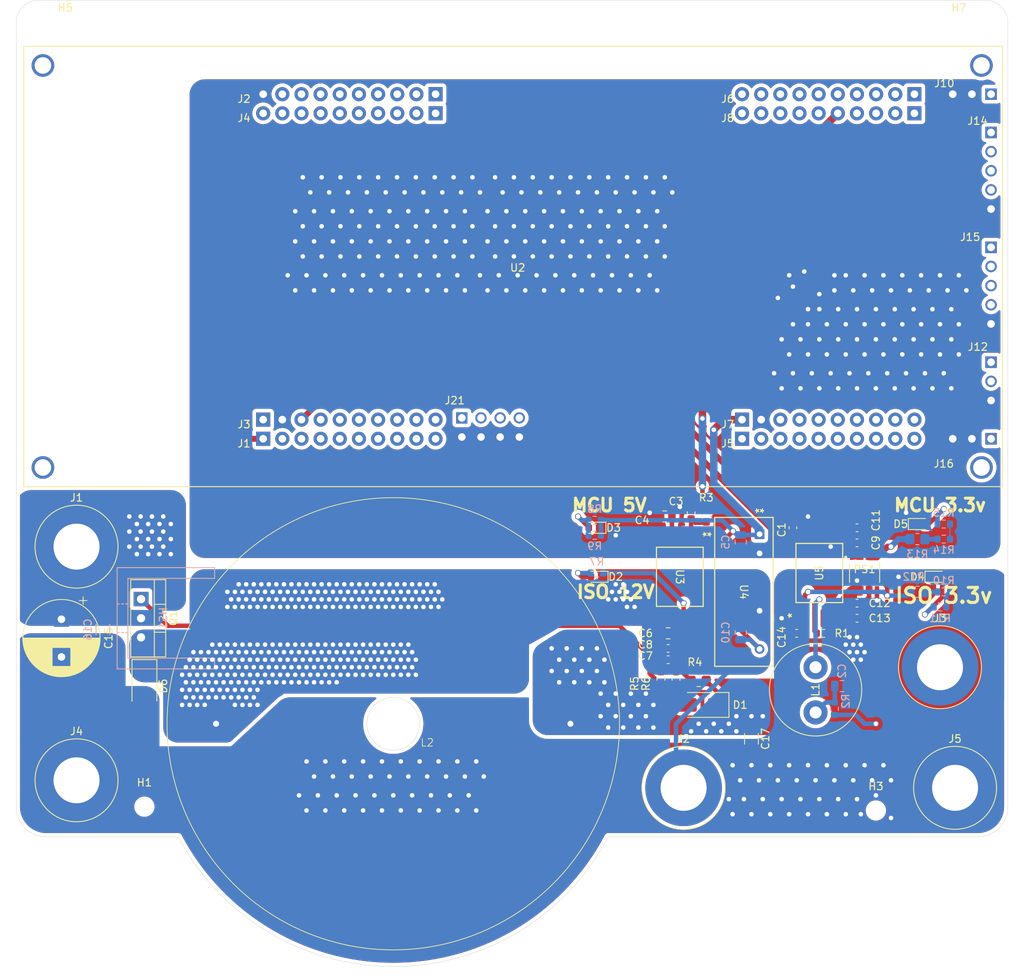
<source format=kicad_pcb>
(kicad_pcb (version 20240108) (generator "pcbnew") (generator_version "8.0")
  (title_block (title "ELEC4450Buck") (date "2025-02-22") (rev "1") (company "M.Nguyen & B.Patel"))
  (layers (0 "F.Cu" signal) (31 "B.Cu" signal) (34 "B.Paste" user) (35 "F.Paste" user) (36 "B.SilkS" user "B.Silkscreen") (37 "F.SilkS" user "F.Silkscreen") (38 "B.Mask" user) (39 "F.Mask" user) (44 "Edge.Cuts" user))
  (net 0 "")
  (net 20 "VDD")
  (net 91 "+3.3V")
  (net 92 "GND")
  (net 93 "Net-(C2-Pad1)")
  (net 94 "GNDPWR")
  (net 95 "Net-(U3-IN)")
  (net 96 "+5V")
  (net 97 "ISO_12V")
  (net 98 "GNDREF")
  (net 99 "ISO_3.3V")
  (net 100 "/VG")
  (net 101 "Net-(D1-K)")
  (net 102 "Net-(D2-A)")
  (net 103 "Net-(D3-A)")
  (net 104 "Net-(D4-A)")
  (net 105 "Net-(D5-A)")
  (net 106 "Net-(U5-INP)")
  (net 107 "/VOUT")
  (net 108 "/PWM")
  (net 109 "Net-(R10-Pad1)")
  (net 110 "Net-(R10-Pad2)")
  (net 111 "Net-(R13-Pad1)")
  (net 112 "Net-(R14-Pad2)")
  (net 113 "/VFILT")
  (footprint "Capacitor_SMD:C_0805_2012Metric" (layer "F.Cu") (at 171 101 180)
    (property "Reference" "C4")
    (property "Value" "2.2uF")
  )
  (footprint "Capacitor_SMD:C_0603_1608Metric" (layer "F.Cu") (at 174.5 100.5 90)
    (property "Reference" "C3")
    (property "Value" "33pF")
  )
  (footprint "MountingHole:MountingHole_2.2mm_M2" (layer "F.Cu") (at 213.5 35.5)
    (property "Reference" "H7")
    (property "Value" "MountingHole")
  )
  (footprint "CustomLIB:Inductor_Throughhole_Radial; D=60mm, P=47mm" (layer "F.Cu") (at 135 128.5)
    (property "Reference" "L2")
    (property "Value" "68mH")
    (fp_circle (center 0 0) (end 3.5 0) (stroke (width 0.05)) (fill none) (layer "Edge.Cuts"))
  )
  (footprint "MountingHole:MountingHole_2.2mm_M2" (layer "F.Cu") (at 102 139.5)
    (property "Reference" "H1")
    (property "Value" "MountingHole")
  )
  (footprint "F28379D:MOD_LAUNCHXL-F28379D" (layer "F.Cu") (at 150.897 67.83)
    (property "Reference" "U2")
    (property "Value" "LAUNCHXL-F28379D")
  )
  (footprint "LED_SMD:LED_0603_1608Metric" (layer "F.Cu") (at 204.7875 102)
    (property "Reference" "D5")
    (property "Value" "MCU 3.3v")
  )
  (footprint "Connector:Banana_Jack_1Pin" (layer "F.Cu") (at 173.5 137)
    (property "Reference" "J2")
    (property "Value" "RED")
  )
  (footprint "Opamp AMC1300DWVR:DWV8_TEX" (layer "F.Cu") (at 191.5 108.5 90)
    (property "Reference" "U5")
    (property "Value" "AMC1300DWVR")
  )
  (footprint "Capacitor_SMD:C_0805_2012Metric" (layer "F.Cu") (at 171.45 116.5 180)
    (property "Reference" "C6")
    (property "Value" "2.2uF")
  )
  (footprint "Capacitor_SMD:C_0603_1608Metric" (layer "F.Cu") (at 196.5 102.5 180)
    (property "Reference" "C11")
    (property "Value" "10uF")
  )
  (footprint "Resistor_SMD:R_0603_1608Metric" (layer "F.Cu") (at 172.5 122.5 -90)
    (property "Reference" "R6")
    (property "Value" "7")
  )
  (footprint "Resistor_SMD:R_0603_1608Metric" (layer "F.Cu") (at 192 116.5)
    (property "Reference" "R1")
    (property "Value" "165")
  )
  (footprint "Connector:Banana_Jack_1Pin" (layer "F.Cu") (at 93 136)
    (property "Reference" "J4")
    (property "Value" "Black")
  )
  (footprint "UCC5304DWVR GateDriver_IC:SOIC8_DWV_TEX" (layer "F.Cu") (at 173 109 -90)
    (property "Reference" "U3")
    (property "Value" "UCC5304DWVR")
  )
  (footprint "Connector:Banana_Jack_1Pin" (layer "F.Cu") (at 207.5 121)
    (property "Reference" "J3")
    (property "Value" "RED")
  )
  (footprint "Connector:Banana_Jack_1Pin" (layer "F.Cu") (at 209.5 137)
    (property "Reference" "J5")
    (property "Value" "Black")
  )
  (footprint "Capacitor_SMD:C_0603_1608Metric" (layer "F.Cu") (at 171.45 118.5 180)
    (property "Reference" "C8")
    (property "Value" "10uF")
  )
  (footprint "Connector:Banana_Jack_1Pin" (layer "F.Cu") (at 93 105)
    (property "Reference" "J1")
    (property "Value" "RED")
  )
  (footprint "LED_SMD:LED_0603_1608Metric" (layer "F.Cu") (at 161.7125 102.5 180)
    (property "Reference" "D3")
    (property "Value" "MCU 5V")
  )
  (footprint "LED_SMD:LED_0603_1608Metric" (layer "F.Cu") (at 207 109)
    (property "Reference" "D4")
    (property "Value" "ISO 3.3v")
  )
  (footprint "LED_SMD:LED_0603_1608Metric" (layer "F.Cu") (at 162 109 180)
    (property "Reference" "D2")
    (property "Value" "ISO 12V")
  )
  (footprint "Diode_SMD:D_SMA" (layer "F.Cu") (at 102 123.5 -90)
    (property "Reference" "D6")
    (property "Value" "SS310")
  )
  (footprint "Resistor_SMD:R_0603_1608Metric" (layer "F.Cu") (at 176.5 101 -90)
    (property "Reference" "R3")
    (property "Value" "50")
  )
  (footprint "Package_TO_SOT_THT:TO-220-3_Vertical" (layer "F.Cu") (at 101.555 111.96 -90)
    (property "Reference" "Q1")
    (property "Value" "IRF540N")
  )
  (footprint "Capacitor_SMD:C_0603_1608Metric" (layer "F.Cu") (at 188.5 116.5 180)
    (property "Reference" "C14")
    (property "Value" "0.1uF")
  )
  (footprint "MountingHole:MountingHole_2.2mm_M2" (layer "F.Cu") (at 199 140)
    (property "Reference" "H3")
    (property "Value" "MountingHole")
  )
  (footprint "Capacitor_SMD:C_0603_1608Metric" (layer "F.Cu") (at 196.5 104.5 180)
    (property "Reference" "C9")
    (property "Value" "0.1uF")
  )
  (footprint "Capacitor_SMD:C_1206_3216Metric_Pad1.33x1.80mm_HandSolder" (layer "F.Cu") (at 182.5 130.5 -90)
    (property "Reference" "C17")
    (property "Value" "4.7uF")
  )
  (footprint "Diode_SMD:D_SMA" (layer "F.Cu") (at 176 126 180)
    (property "Reference" "D1")
    (property "Value" "US2AA")
  )
  (footprint "Capacitor_THT:CP_Radial_D10.0mm_P5.00mm" (layer "F.Cu") (at 91 114.632323 -90)
    (property "Reference" "C15")
    (property "Value" "470uF")
  )
  (footprint "Capacitor_SMD:C_0603_1608Metric" (layer "F.Cu") (at 196.5 112.5 180)
    (property "Reference" "C12")
    (property "Value" "0.1uF")
  )
  (footprint "Capacitor_SMD:C_0603_1608Metric" (layer "F.Cu") (at 196.5 114.5 180)
    (property "Reference" "C13")
    (property "Value" "22uF")
  )
  (footprint "Capacitor_SMD:C_0603_1608Metric" (layer "F.Cu") (at 171.45 120 180)
    (property "Reference" "C7")
    (property "Value" "10uF")
  )
  (footprint "Inductor_THT:L_Radial_D12.0mm_P6.00mm_Murata_1900R" (layer "F.Cu") (at 191 127 90)
    (property "Reference" "L1")
    (property "Value" "18mH")
  )
  (footprint "TMV_0512SHI:TMV-HI_SINGLE_TRP" (layer "F.Cu") (at 183.575 103.35 -90)
    (property "Reference" "U4")
    (property "Value" "TMV 0512SHI")
  )
  (footprint "R05C1TF05S-R:CONV_R05C1TF05S-R" (layer "F.Cu") (at 197.5 108.5)
    (property "Reference" "PS1")
    (property "Value" "R05C1TF05S-R")
  )
  (footprint "MountingHole:MountingHole_2.2mm_M2" (layer "F.Cu") (at 88 35.5)
    (property "Reference" "H5")
    (property "Value" "MountingHole")
  )
  (footprint "Capacitor_SMD:C_0603_1608Metric" (layer "F.Cu") (at 188 102.5 -90)
    (property "Reference" "C1")
    (property "Value" "0.1uF")
  )
  (footprint "Resistor_SMD:R_0603_1608Metric" (layer "F.Cu") (at 170.5 122.5 90)
    (property "Reference" "R5")
    (property "Value" "50")
  )
  (footprint "Resistor_SMD:R_0805_2012Metric_Pad1.20x1.40mm_HandSolder" (layer "F.Cu") (at 175.5 122.825)
    (property "Reference" "R4")
    (property "Value" "12")
  )
  (footprint "Capacitor_SMD:C_0805_2012Metric" (layer "B.Cu") (at 194.5 123.5)
    (property "Reference" "C2")
    (property "Value" "1.5 µF")
  )
  (footprint "Heatsink:Heatsink_Stonecold_HS-S03_13.21x12.7mm" (layer "B.Cu") (at 98.5 114.5 -90)
    (property "Reference" "HS1")
    (property "Value" "Heatsink")
  )
  (footprint "Resistor_SMD:R_0805_2012Metric_Pad1.20x1.40mm_HandSolder" (layer "B.Cu") (at 204.5 111 180)
    (property "Reference" "R12")
    (property "Value" "12")
  )
  (footprint "Resistor_SMD:R_0603_1608Metric" (layer "B.Cu") (at 162 108.5)
    (property "Reference" "R7")
    (property "Value" "1.8k")
  )
  (footprint "Resistor_SMD:R_0603_1608Metric" (layer "B.Cu") (at 161.7125 103.5)
    (property "Reference" "R9")
    (property "Value" "1.8k")
  )
  (footprint "Capacitor_SMD:C_0805_2012Metric" (layer "B.Cu") (at 181.075 104.39 -90)
    (property "Reference" "C5")
    (property "Value" "1.5 µF")
  )
  (footprint "Resistor_SMD:R_0603_1608Metric" (layer "B.Cu") (at 208 111)
    (property "Reference" "R10")
    (property "Value" "50")
  )
  (footprint "Resistor_SMD:R_0603_1608Metric" (layer "B.Cu") (at 208 104)
    (property "Reference" "R14")
    (property "Value" "50")
  )
  (footprint "Capacitor_SMD:C_1206_3216Metric_Pad1.33x1.80mm_HandSolder" (layer "B.Cu") (at 96.5 116 -90)
    (property "Reference" "C16")
    (property "Value" "1uF")
  )
  (footprint "Resistor_SMD:R_0603_1608Metric" (layer "B.Cu") (at 193.5 126.5 -90)
    (property "Reference" "R2")
    (property "Value" "20.5k")
  )
  (footprint "Capacitor_SMD:C_0805_2012Metric" (layer "B.Cu") (at 181.075 116.39 90)
    (property "Reference" "C10")
    (property "Value" "1.5 µF")
  )
  (footprint "Resistor_SMD:R_0603_1608Metric" (layer "B.Cu") (at 207.5 113 180)
    (property "Reference" "R11")
    (property "Value" "50")
  )
  (footprint "Resistor_SMD:R_0805_2012Metric_Pad1.20x1.40mm_HandSolder" (layer "B.Cu") (at 204.5 104 180)
    (property "Reference" "R13")
    (property "Value" "12")
  )
  (footprint "Resistor_SMD:R_0603_1608Metric" (layer "B.Cu") (at 161.7125 101.5)
    (property "Reference" "R8")
    (property "Value" "1.8k")
  )
  (footprint "Resistor_SMD:R_0603_1608Metric" (layer "B.Cu") (at 208 102 180)
    (property "Reference" "R15")
    (property "Value" "50")
  )
  (gr_line (start 88 32.5) (end 213.5 32.5) (stroke (width 0.05)) (layer "Edge.Cuts"))
  (gr_arc (start 216.5 139.5) (mid 215.328427 142.328427) (end 212.5 143.5) (stroke (width 0.05)) (layer "Edge.Cuts"))
  (gr_arc (start 89 143.5) (mid 86.171582 142.328425) (end 85.000027 139.5) (stroke (width 0.05)) (layer "Edge.Cuts"))
  (gr_line (start 212.5 143.5) (end 163.499999 143.5) (stroke (width 0.05)) (layer "Edge.Cuts"))
  (gr_line (start 85.000027 139.5) (end 85 35.5) (stroke (width 0.05)) (layer "Edge.Cuts"))
  (gr_arc (start 85 35.5) (mid 85.87868 33.37868) (end 88 32.5) (stroke (width 0.05)) (layer "Edge.Cuts"))
  (gr_arc (start 213.5 32.5) (mid 215.62132 33.37868) (end 216.5 35.5) (stroke (width 0.05)) (layer "Edge.Cuts"))
  (gr_arc (start 163.499999 143.5) (mid 135 160.706365) (end 106.500001 143.5) (stroke (width 0.05)) (layer "Edge.Cuts"))
  (gr_line (start 89 143.5) (end 106.500001 143.5) (stroke (width 0.05)) (layer "Edge.Cuts"))
  (gr_line (start 216.5 35.5) (end 216.5 139.5) (stroke (width 0.05)) (layer "Edge.Cuts"))
  (via (at 102.5 106) (size 0.8) (drill 0.6) (layers "F.Cu" "B.Cu") (net 20))
  (via (at 104 106) (size 0.8) (drill 0.6) (layers "F.Cu" "B.Cu") (net 20))
  (via (at 101.5 101) (size 0.8) (drill 0.6) (layers "F.Cu" "B.Cu") (net 20))
  (via (at 104.5 101) (size 0.8) (drill 0.6) (layers "F.Cu" "B.Cu") (net 20))
  (via (at 101 104) (size 0.8) (drill 0.6) (layers "F.Cu" "B.Cu") (net 20))
  (via (at 100 103) (size 0.8) (drill 0.6) (layers "F.Cu" "B.Cu") (net 20))
  (via (at 105.5 102) (size 0.8) (drill 0.6) (layers "F.Cu" "B.Cu") (net 20))
  (via (at 104.5 103) (size 0.8) (drill 0.6) (layers "F.Cu" "B.Cu") (net 20))
  (via (at 104 104) (size 0.8) (drill 0.6) (layers "F.Cu" "B.Cu") (net 20))
  (via (at 100 101) (size 0.8) (drill 0.6) (layers "F.Cu" "B.Cu") (net 20))
  (via (at 103 105) (size 0.8) (drill 0.6) (layers "F.Cu" "B.Cu") (net 20))
  (via (at 100 105) (size 0.8) (drill 0.6) (layers "F.Cu" "B.Cu") (net 20))
  (via (at 102.5 104) (size 0.8) (drill 0.6) (layers "F.Cu" "B.Cu") (net 20))
  (via (at 103 101) (size 0.8) (drill 0.6) (layers "F.Cu" "B.Cu") (net 20))
  (via (at 101 102) (size 0.8) (drill 0.6) (layers "F.Cu" "B.Cu") (net 20))
  (via (at 101.5 103) (size 0.8) (drill 0.6) (layers "F.Cu" "B.Cu") (net 20))
  (via (at 101.5 105) (size 0.8) (drill 0.6) (layers "F.Cu" "B.Cu") (net 20))
  (via (at 101 106) (size 0.8) (drill 0.6) (layers "F.Cu" "B.Cu") (net 20))
  (via (at 104.5 105) (size 0.8) (drill 0.6) (layers "F.Cu" "B.Cu") (net 20))
  (via (at 102.5 102) (size 0.8) (drill 0.6) (layers "F.Cu" "B.Cu") (net 20))
  (via (at 105.5 106) (size 0.8) (drill 0.6) (layers "F.Cu" "B.Cu") (net 20))
  (via (at 103 103) (size 0.8) (drill 0.6) (layers "F.Cu" "B.Cu") (net 20))
  (via (at 105.5 104) (size 0.8) (drill 0.6) (layers "F.Cu" "B.Cu") (net 20))
  (via (at 104 102) (size 0.8) (drill 0.6) (layers "F.Cu" "B.Cu") (net 20))
  (segment (start 197.275 102.5) (end 197.275 102.025) (width 0.8) (layer "F.Cu") (net 91))
  (segment (start 197.275 102.025) (end 196.675 101.425) (width 0.8) (layer "F.Cu") (net 91))
  (segment (start 117 84.5) (end 114.5 87) (width 0.8) (layer "F.Cu") (net 91))
  (segment (start 184.475 99.6) (end 169.375 84.5) (width 0.8) (layer "F.Cu") (net 91))
  (segment (start 194.85 99.6) (end 184.475 99.6) (width 0.8) (layer "F.Cu") (net 91))
  (segment (start 188 103.275) (end 187.90204 103.275) (width 0.8) (layer "F.Cu") (net 91))
  (segment (start 115.19 90.69) (end 117.75 90.69) (width 0.8) (layer "F.Cu") (net 91))
  (segment (start 197.275 104.5) (end 198.1 105.325) (width 0.8) (layer "F.Cu") (net 91))
  (segment (start 184.475 99.75) (end 188 103.275) (width 0.6) (layer "F.Cu") (net 91))
  (segment (start 200.55 105) (end 199.1375 106.4125) (width 0.8) (layer "F.Cu") (net 91))
  (segment (start 189.4352 103.275) (end 189.595 103.1152) (width 0.6) (layer "F.Cu") (net 91))
  (segment (start 198.1 105.325) (end 198.1 106.4125) (width 0.8) (layer "F.Cu") (net 91))
  (segment (start 114.5 87) (end 114.5 90) (width 0.8) (layer "F.Cu") (net 91))
  (segment (start 201 105) (end 200.55 105) (width 0.8) (layer "F.Cu") (net 91))
  (segment (start 196.675 101.425) (end 194.85 99.6) (width 0.8) (layer "F.Cu") (net 91))
  (segment (start 184.475 99.6) (end 184.475 99.75) (width 0.6) (layer "F.Cu") (net 91))
  (segment (start 114.5 90) (end 115.19 90.69) (width 0.8) (layer "F.Cu") (net 91))
  (segment (start 169.375 84.5) (end 117 84.5) (width 0.8) (layer "F.Cu") (net 91))
  (segment (start 197.275 104.5) (end 197.275 102.5) (width 0.8) (layer "F.Cu") (net 91))
  (segment (start 188 103.275) (end 189.4352 103.275) (width 0.6) (layer "F.Cu") (net 91))
  (segment (start 199.1375 106.4125) (end 198.1 106.4125) (width 0.8) (layer "F.Cu") (net 91))
  (via (at 201 105) (size 0.8) (drill 0.6) (layers "F.Cu" "B.Cu") (net 91))
  (segment (start 202 104) (end 201 105) (width 0.8) (layer "B.Cu") (net 91))
  (segment (start 203.5 104) (end 202 104) (width 0.8) (layer "B.Cu") (net 91))
  (segment (start 164.5 103.5) (end 166 103.5) (width 0.6) (layer "F.Cu") (net 92))
  (segment (start 195.8625 106.4125) (end 196.9 106.4125) (width 0.6) (layer "F.Cu") (net 92))
  (segment (start 169.55 100.5) (end 169 100.5) (width 0.6) (layer "F.Cu") (net 92))
  (segment (start 166 103.5) (end 169 100.5) (width 0.6) (layer "F.Cu") (net 92))
  (segment (start 190 101) (end 189.275 101.725) (width 0.6) (layer "F.Cu") (net 92))
  (segment (start 204 102) (end 204 101.5) (width 0.6) (layer "F.Cu") (net 92))
  (segment (start 195.725 104.5) (end 195.725 106.275) (width 0.6) (layer "F.Cu") (net 92))
  (segment (start 174.5 99.725) (end 171.325 99.725) (width 0.6) (layer "F.Cu") (net 92))
  (segment (start 189.275 101.725) (end 188 101.725) (width 0.6) (layer "F.Cu") (net 92))
  (segment (start 170.05 101) (end 169.55 100.5) (width 0.6) (layer "F.Cu") (net 92))
  (segment (start 192.135 103.1152) (end 192.135 104.135) (width 0.6) (layer "F.Cu") (net 92))
  (segment (start 163.5 102.5) (end 164.5 103.5) (width 0.6) (layer "F.Cu") (net 92))
  (segment (start 171.325 99.725) (end 170.05 101) (width 0.6) (layer "F.Cu") (net 92))
  (segment (start 204 101.5) (end 203 100.5) (width 0.6) (layer "F.Cu") (net 92))
  (segment (start 193.405 103.1152) (end 192.135 103.1152) (width 0.6) (layer "F.Cu") (net 92))
  (segment (start 195.725 106.275) (end 195.8625 106.4125) (width 0.6) (layer "F.Cu") (net 92))
  (segment (start 162.5 102.5) (end 163.5 102.5) (width 0.6) (layer "F.Cu") (net 92))
  (segment (start 195.725 102.5) (end 195.725 104.5) (width 0.6) (layer "F.Cu") (net 92))
  (segment (start 192.135 104.135) (end 193 105) (width 0.6) (layer "F.Cu") (net 92))
  (segment (start 170.05 101) (end 170.05 102.5702) (width 0.6) (layer "F.Cu") (net 92))
  (segment (start 170.05 102.5702) (end 171.095 103.6152) (width 0.6) (layer "F.Cu") (net 92))
  (via (at 149.5 58) (size 0.8) (drill 0.6) (layers "F.Cu" "B.Cu") (net 92))
  (via (at 136 69) (size 0.8) (drill 0.6) (layers "F.Cu" "B.Cu") (net 92))
  (via (at 186 72) (size 0.8) (drill 0.6) (layers "F.Cu" "B.Cu") (net 92))
  (via (at 125.5 66.5) (size 0.8) (drill 0.6) (layers "F.Cu" "B.Cu") (net 92))
  (via (at 151 56) (size 0.8) (drill 0.6) (layers "F.Cu" "B.Cu") (net 92))
  (via (at 160 64.5) (size 0.8) (drill 0.6) (layers "F.Cu" "B.Cu") (net 92))
  (via (at 144.5 71) (size 0.8) (drill 0.6) (layers "F.Cu" "B.Cu") (net 92))
  (via (at 153.5 56) (size 0.8) (drill 0.6) (layers "F.Cu" "B.Cu") (net 92))
  (via (at 156 56) (size 0.8) (drill 0.6) (layers "F.Cu" "B.Cu") (net 92))
  (via (at 150 64.5) (size 0.8) (drill 0.6) (layers "F.Cu" "B.Cu") (net 92))
  (via (at 166 62.5) (size 0.8) (drill 0.6) (layers "F.Cu" "B.Cu") (net 92))
  (via (at 210 79.5) (size 0.8) (drill 0.6) (layers "F.Cu" "B.Cu") (net 92))
  (via (at 124.5 60.5) (size 0.8) (drill 0.6) (layers "F.Cu" "B.Cu") (net 92))
  (via (at 143 62.5) (size 0.8) (drill 0.6) (layers "F.Cu" "B.Cu") (net 92))
  (via (at 203 82) (size 0.8) (drill 0.6) (layers "F.Cu" "B.Cu") (net 92))
  (via (at 137 71) (size 0.8) (drill 0.6) (layers "F.Cu" "B.Cu") (net 92))
  (via (at 132 60.5) (size 0.8) (drill 0.6) (layers "F.Cu" "B.Cu") (net 92))
  (via (at 210 69) (size 0.8) (drill 0.6) (layers "F.Cu" "B.Cu") (net 92))
  (via (at 139.5 71) (size 0.8) (drill 0.6) (layers "F.Cu" "B.Cu") (net 92))
  (via (at 134.5 60.5) (size 0.8) (drill 0.6) (layers "F.Cu" "B.Cu") (net 92))
  (via (at 131 69) (size 0.8) (drill 0.6) (layers "F.Cu" "B.Cu") (net 92))
  (via (at 143 56) (size 0.8) (drill 0.6) (layers "F.Cu" "B.Cu") (net 92))
  (via (at 128 62.5) (size 0.8) (drill 0.6) (layers "F.Cu" "B.Cu") (net 92))
  (via (at 146.5 69) (size 0.8) (drill 0.6) (layers "F.Cu" "B.Cu") (net 92))
  (via (at 202.5 79.5) (size 0.8) (drill 0.6) (layers "F.Cu" "B.Cu") (net 92))
  (via (at 141.5 58) (size 0.8) (drill 0.6) (layers "F.Cu" "B.Cu") (net 92))
  (via (at 199 73.5) (size 0.8) (drill 0.6) (layers "F.Cu" "B.Cu") (net 92))
  (via (at 157.5 60.5) (size 0.8) (drill 0.6) (layers "F.Cu" "B.Cu") (net 92))
  (via (at 167.5 60.5) (size 0.8) (drill 0.6) (layers "F.Cu" "B.Cu") (net 92))
  (via (at 141 69) (size 0.8) (drill 0.6) (layers "F.Cu" "B.Cu") (net 92))
  (via (at 170 60.5) (size 0.8) (drill 0.6) (layers "F.Cu" "B.Cu") (net 92))
  (via (at 195.5 82) (size 0.8) (drill 0.6) (layers "F.Cu" "B.Cu") (net 92))
  (via (at 185.5 82) (size 0.8) (drill 0.6) (layers "F.Cu" "B.Cu") (net 92))
  (via (at 203.5 71) (size 0.8) (drill 0.6) (layers "F.Cu" "B.Cu") (net 92))
  (via (at 124 58) (size 0.8) (drill 0.6) (layers "F.Cu" "B.Cu") (net 92))
  (via (at 193 82) (size 0.8) (drill 0.6) (layers "F.Cu" "B.Cu") (net 92))
  (via (at 193 105) (size 0.8) (drill 0.6) (layers "F.Cu" "B.Cu") (net 92))
  (via (at 164.5 103.5) (size 0.8) (drill 0.6) (layers "F.Cu" "B.Cu") (net 92))
  (via (at 202.5 69) (size 0.8) (drill 0.6) (layers "F.Cu" "B.Cu") (net 92))
  (via (at 171 56) (size 0.8) (drill 0.6) (layers "F.Cu" "B.Cu") (net 92))
  (via (at 124.5 64.5) (size 0.8) (drill 0.6) (layers "F.Cu" "B.Cu") (net 92))
  (via (at 140.5 66.5) (size 0.8) (drill 0.6) (layers "F.Cu" "B.Cu") (net 92))
  (via (at 133 62.5) (size 0.8) (drill 0.6) (layers "F.Cu" "B.Cu") (net 92))
  (via (at 165 71) (size 0.8) (drill 0.6) (layers "F.Cu" "B.Cu") (net 92))
  (via (at 201.5 73.5) (size 0.8) (drill 0.6) (layers "F.Cu" "B.Cu") (net 92))
  (via (at 209 84) (size 0.8) (drill 0.6) (layers "F.Cu" "B.Cu") (net 92))
  (via (at 147.5 64.5) (size 0.8) (drill 0.6) (layers "F.Cu" "B.Cu") (net 92))
  (via (at 194 84) (size 0.8) (drill 0.6) (layers "F.Cu" "B.Cu") (net 92))
  (via (at 122 71) (size 0.8) (drill 0.6) (layers "F.Cu" "B.Cu") (net 92))
  (via (at 153.5 62.5) (size 0.8) (drill 0.6) (layers "F.Cu" "B.Cu") (net 92))
  (via (at 161 66.5) (size 0.8) (drill 0.6) (layers "F.Cu" "B.Cu") (net 92))
  (via (at 161.5 69) (size 0.8) (drill 0.6) (layers "F.Cu" "B.Cu") (net 92))
  (via (at 207.5 69) (size 0.8) (drill 0.6) (layers "F.Cu" "B.Cu") (net 92))
  (via (at 164.5 58) (size 0.8) (drill 0.6) (layers "F.Cu" "B.Cu") (net 92))
  (via (at 142 71) (size 0.8) (drill 0.6) (layers "F.Cu" "B.Cu") (net 92))
  (via (at 190 101) (size 0.8) (drill 0.6) (layers "F.Cu" "B.Cu") (net 92))
  (via (at 152 58) (size 0.8) (drill 0.6) (layers "F.Cu" "B.Cu") (net 92))
  (via (at 168.5 66.5) (size 0.8) (drill 0.6) (layers "F.Cu" "B.Cu") (net 92))
  (via (at 152.5 64.5) (size 0.8) (drill 0.6) (layers "F.Cu" "B.Cu") (net 92))
  (via (at 202.5 75.5) (size 0.8) (drill 0.6) (layers "F.Cu" "B.Cu") (net 92))
  (via (at 155 60.5) (size 0.8) (drill 0.6) (layers "F.Cu" "B.Cu") (net 92))
  (via (at 158.5 62.5) (size 0.8) (drill 0.6) (layers "F.Cu" "B.Cu") (net 92))
  (via (at 133 66.5) (size 0.8) (drill 0.6) (layers "F.Cu" "B.Cu") (net 92))
  (via (at 148.5 56) (size 0.8) (drill 0.6) (layers "F.Cu" "B.Cu") (net 92))
  (via (at 207.5 79.5) (size 0.8) (drill 0.6) (layers "F.Cu" "B.Cu") (net 92))
  (via (at 121 69) (size 0.8) (drill 0.6) (layers "F.Cu" "B.Cu") (net 92))
  (via (at 132 71) (size 0.8) (drill 0.6) (layers "F.Cu" "B.Cu") (net 92))
  (via (at 168.5 62.5) (size 0.8) (drill 0.6) (layers "F.Cu" "B.Cu") (net 92))
  (via (at 206 71) (size 0.8) (drill 0.6) (layers "F.Cu" "B.Cu") (net 92))
  (via (at 170 71) (size 0.8) (drill 0.6) (layers "F.Cu" "B.Cu") (net 92))
  (via (at 163.5 66.5) (size 0.8) (drill 0.6) (layers "F.Cu" "B.Cu") (net 92))
  (via (at 186.5 77.5) (size 0.8) (drill 0.6) (layers "F.Cu" "B.Cu") (net 92))
  (via (at 200 69) (size 0.8) (drill 0.6) (layers "F.Cu" "B.Cu") (net 92))
  (via (at 199 77.5) (size 0.8) (drill 0.6) (layers "F.Cu" "B.Cu") (net 92))
  (via (at 149 69) (size 0.8) (drill 0.6) (layers "F.Cu" "B.Cu") (net 92))
  (via (at 205.5 82) (size 0.8) (drill 0.6) (layers "F.Cu" "B.Cu") (net 92))
  (via (at 187.5 79.5) (size 0.8) (drill 0.6) (layers "F.Cu" "B.Cu") (net 92))
  (via (at 130.5 62.5) (size 0.8) (drill 0.6) (layers "F.Cu" "B.Cu") (net 92))
  (via (at 129.5 60.5) (size 0.8) (drill 0.6) (layers "F.Cu" "B.Cu") (net 92))
  (via (at 150 71) (size 0.8) (drill 0.6) (layers "F.Cu" "B.Cu") (net 92))
  (via (at 159 69) (size 0.8) (drill 0.6) (layers "F.Cu" "B.Cu") (net 92))
  (via (at 168.5 56) (size 0.8) (drill 0.6) (layers "F.Cu" "B.Cu") (net 92))
  (via (at 190 73.5) (size 0.8) (drill 0.6) (layers "F.Cu" "B.Cu") (net 92))
  (via (at 166.5 69) (size 0.8) (drill 0.6) (layers "F.Cu" "B.Cu") (net 92))
  (via (at 190 79.5) (size 0.8) (drill 0.6) (layers "F.Cu" "B.Cu") (net 92))
  (via (at 129.5 64.5) (size 0.8) (drill 0.6) (layers "F.Cu" "B.Cu") (net 92))
  (via (at 162.5 71) (size 0.8) (drill 0.6) (layers "F.Cu" "B.Cu") (net 92))
  (via (at 190 75.5) (size 0.8) (drill 0.6) (layers "F.Cu" "B.Cu") (net 92))
  (via (at 197.5 69) (size 0.8) (drill 0.6) (layers "F.Cu" "B.Cu") (net 92))
  (via (at 191.5 77.5) (size 0.8) (drill 0.6) (layers "F.Cu" "B.Cu") (net 92))
  (via (at 167.5 71) (size 0.8) (drill 0.6) (layers "F.Cu" "B.Cu") (net 92))
  (via (at 134.5 71) (size 0.8) (drill 0.6) (layers "F.Cu" "B.Cu") (net 92))
  (via (at 157.5 64.5) (size 0.8) (drill 0.6) (layers "F.Cu" "B.Cu") (net 92))
  (via (at 144 58) (size 0.8) (drill 0.6) (layers "F.Cu" "B.Cu") (net 92))
  (via (at 203 100.5) (size 0.8) (drill 0.6) (layers "F.Cu" "B.Cu") (net 92))
  (via (at 165 64.5) (size 0.8) (drill 0.6) (layers "F.Cu" "B.Cu") (net 92))
  (via (at 200.5 82) (size 0.8) (drill 0.6) (layers "F.Cu" "B.Cu") (net 92))
  (via (at 142 60.5) (size 0.8) (drill 0.6) (layers "F.Cu" "B.Cu") (net 92))
  (via (at 193.5 69) (size 0.8) (drill 0.6) (layers "F.Cu" "B.Cu") (net 92))
  (via (at 156 66.5) (size 0.8) (drill 0.6) (layers "F.Cu" "B.Cu") (net 92))
  (via (at 169.5 58) (size 0.8) (drill 0.6) (layers "F.Cu" "B.Cu") (net 92))
  (via (at 146.5 58) (size 0.8) (drill 0.6) (layers "F.Cu" "B.Cu") (net 92))
  (via (at 167.5 64.5) (size 0.8) (drill 0.6) (layers "F.Cu" "B.Cu") (net 92))
  (via (at 154 69) (size 0.8) (drill 0.6) (layers "F.Cu" "B.Cu") (net 92))
  (via (at 169 100.5) (size 0.8) (drill 0.6) (layers "F.Cu" "B.Cu") (net 92))
  (via (at 127 60.5) (size 0.8) (drill 0.6) (layers "F.Cu" "B.Cu") (net 92))
  (via (at 155 71) (size 0.8) (drill 0.6) (layers "F.Cu" "B.Cu") (net 92))
  (via (at 188 70.5) (size 0.8) (drill 0.6) (layers "F.Cu" "B.Cu") (net 92))
  (via (at 162 58) (size 0.8) (drill 0.6) (layers "F.Cu" "B.Cu") (net 92))
  (via (at 133.5 69) (size 0.8) (drill 0.6) (layers "F.Cu" "B.Cu") (net 92))
  (via (at 139.5 64.5) (size 0.8) (drill 0.6) (layers "F.Cu" "B.Cu") (net 92))
  (via (at 188 82) (size 0.8) (drill 0.6) (layers "F.Cu" "B.Cu") (net 92))
  (via (at 130.5 56) (size 0.8) (drill 0.6) (layers "F.Cu" "B.Cu") (net 92))
  (via (at 140.5 62.5) (size 0.8) (drill 0.6) (layers "F.Cu" "B.Cu") (net 92))
  (via (at 148.5 62.5) (size 0.8) (drill 0.6) (layers "F.Cu" "B.Cu") (net 92))
  (via (at 208 82) (size 0.8) (drill 0.6) (layers "F.Cu" "B.Cu") (net 92))
  (via (at 154.5 58) (size 0.8) (drill 0.6) (layers "F.Cu" "B.Cu") (net 92))
  (via (at 191.5 84) (size 0.8) (drill 0.6) (layers "F.Cu" "B.Cu") (net 92))
  (via (at 123.5 69) (size 0.8) (drill 0.6) (layers "F.Cu" "B.Cu") (net 92))
  (via (at 138 62.5) (size 0.8) (drill 0.6) (layers "F.Cu" "B.Cu") (net 92))
  (via (at 188 75.5) (size 0.8) (drill 0.6) (layers "F.Cu" "B.Cu") (net 92))
  (via (at 165 60.5) (size 0.8) (drill 0.6) (layers "F.Cu" "B.Cu") (net 92))
  (via (at 197.5 75.5) (size 0.8) (drill 0.6) (layers "F.Cu" "B.Cu") (net 92))
  (via (at 150 60.5) (size 0.8) (drill 0.6) (layers "F.Cu" "B.Cu") (net 92))
  (via (at 161 56) (size 0.8) (drill 0.6) (layers "F.Cu" "B.Cu") (net 92))
  (via (at 208.5 71) (size 0.8) (drill 0.6) (layers "F.Cu" "B.Cu") (net 92))
  (via (at 173 99.725) (size 0.8) (drill 0.6) (layers "F.Cu" "B.Cu") (net 92))
  (via (at 200 79.5) (size 0.8) (drill 0.6) (layers "F.Cu" "B.Cu") (net 92))
  (via (at 160 71) (size 0.8) (drill 0.6) (layers "F.Cu" "B.Cu") (net 92))
  (via (at 198.5 71) (size 0.8) (drill 0.6) (layers "F.Cu" "B.Cu") (net 92))
  (via (at 147.5 71) (size 0.8) (drill 0.6) (layers "F.Cu" "B.Cu") (net 92))
  (via (at 156 62.5) (size 0.8) (drill 0.6) (layers "F.Cu" "B.Cu") (net 92))
  (via (at 209 73.5) (size 0.8) (drill 0.6) (layers "F.Cu" "B.Cu") (net 92))
  (via (at 205 79.5) (size 0.8) (drill 0.6) (layers "F.Cu" "B.Cu") (net 92))
  (via (at 157.5 71) (size 0.8) (drill 0.6) (layers "F.Cu" "B.Cu") (net 92))
  (via (at 125.5 56) (size 0.8) (drill 0.6) (layers "F.Cu" "B.Cu") (net 92))
  (via (at 125.5 62.5) (size 0.8) (drill 0.6) (layers "F.Cu" "B.Cu") (net 92))
  (via (at 195 79.5) (size 0.8) (drill 0.6) (layers "F.Cu" "B.Cu") (net 92))
  (via (at 128 56) (size 0.8) (drill 0.6) (layers "F.Cu" "B.Cu") (net 92))
  (via (at 196 71) (size 0.8) (drill 0.6) (layers "F.Cu" "B.Cu") (net 92))
  (via (at 196.5 77.5) (size 0.8) (drill 0.6) (layers "F.Cu" "B.Cu") (net 92))
  (via (at 192.5 79.5) (size 0.8) (drill 0.6) (layers "F.Cu" "B.Cu") (net 92))
  (via (at 158.5 56) (size 0.8) (drill 0.6) (layers "F.Cu" "B.Cu") (net 92))
  (via (at 145.5 66.5) (size 0.8) (drill 0.6) (layers "F.Cu" "B.Cu") (net 92))
  (via (at 158.5 66.5) (size 0.8) (drill 0.6) (layers "F.Cu" "B.Cu") (net 92))
  (via (at 195 69) (size 0.8) (drill 0.6) (layers "F.Cu" "B.Cu") (net 92))
  (via (at 123 62.5) (size 0.8) (drill 0.6) (layers "F.Cu" "B.Cu") (net 92))
  (via (at 135.5 56) (size 0.8) (drill 0.6) (layers "F.Cu" "B.Cu") (net 92))
  (via (at 142 64.5) (size 0.8) (drill 0.6) (layers "F.Cu" "B.Cu") (net 92))
  (via (at 123 56) (size 0.8) (drill 0.6) (layers "F.Cu" "B.Cu") (net 92))
  (via (at 137 64.5) (size 0.8) (drill 0.6) (layers "F.Cu" "B.Cu") (net 92))
  (via (at 127 71) (size 0.8) (drill 0.6) (layers "F.Cu" "B.Cu") (net 92))
  (via (at 163.5 56) (size 0.8) (drill 0.6) (layers "F.Cu" "B.Cu") (net 92))
  (via (at 204 73.5) (size 0.8) (drill 0.6) (layers "F.Cu" "B.Cu") (net 92))
  (via (at 186.5 84) (size 0.8) (drill 0.6) (layers "F.Cu" "B.Cu") (net 92))
  (via (at 145.5 62.5) (size 0.8) (drill 0.6) (layers "F.Cu" "B.Cu") (net 92))
  (via (at 126 69) (size 0.8) (drill 0.6) (layers "F.Cu" "B.Cu") (net 92))
  (via (at 187.5 69) (size 0.8) (drill 0.6) (layers "F.Cu" "B.Cu") (net 92))
  (via (at 196.5 84) (size 0.8) (drill 0.6) (layers "F.Cu" "B.Cu") (net 92))
  (via (at 195 75.5) (size 0.8) (drill 0.6) (layers "F.Cu" "B.Cu") (net 92))
  (via (at 134.5 64.5) (size 0.8) (drill 0.6) (layers "F.Cu" "B.Cu") (net 92))
  (via (at 191.5 73.5) (size 0.8) (drill 0.6) (layers "F.Cu" "B.Cu") (net 92))
  (via (at 162.5 60.5) (size 0.8) (drill 0.6) (layers "F.Cu" "B.Cu") (net 92))
  (via (at 206.5 84) (size 0.8) (drill 0.6) (layers "F.Cu" "B.Cu") (net 92))
  (via (at 139 58) (size 0.8) (drill 0.6) (layers "F.Cu" "B.Cu") (net 92))
  (via (at 136.5 58) (size 0.8) (drill 0.6) (layers "F.Cu" "B.Cu") (net 92))
  (via (at 172 58) (size 0.8) (drill 0.6) (layers "F.Cu" "B.Cu") (net 92))
  (via (at 189 77.5) (size 0.8) (drill 0.6) (layers "F.Cu" "B.Cu") (net 92))
  (via (at 138 56) (size 0.8) (drill 0.6) (layers "F.Cu" "B.Cu") (net 92))
  (via (at 196.5 73.5) (size 0.8) (drill 0.6) (layers "F.Cu" "B.Cu") (net 92))
  (via (at 144.5 60.5) (size 0.8) (drill 0.6) (layers "F.Cu" "B.Cu") (net 92))
  (via (at 145.5 56) (size 0.8) (drill 0.6) (layers "F.Cu" "B.Cu") (net 92))
  (via (at 194 73.5) (size 0.8) (drill 0.6) (layers "F.Cu" "B.Cu") (net 92))
  (via (at 199 84) (size 0.8) (drill 0.6) (layers "F.Cu" "B.Cu") (net 92))
  (via (at 209 77.5) (size 0.8) (drill 0.6) (layers "F.Cu" "B.Cu") (net 92))
  (via (at 144.5 64.5) (size 0.8) (drill 0.6) (layers "F.Cu" "B.Cu") (net 92))
  (via (at 127 64.5) (size 0.8) (drill 0.6) (layers "F.Cu" "B.Cu") (net 92))
  (via (at 151 66.5) (size 0.8) (drill 0.6) (layers "F.Cu" "B.Cu") (net 92))
  (via (at 201.5 77.5) (size 0.8) (drill 0.6) (layers "F.Cu" "B.Cu") (net 92))
  (via (at 193.5 71) (size 0.8) (drill 0.6) (layers "F.Cu" "B.Cu") (net 92))
  (via (at 194 77.5) (size 0.8) (drill 0.6) (layers "F.Cu" "B.Cu") (net 92))
  (via (at 156.5 69) (size 0.8) (drill 0.6) (layers "F.Cu" "B.Cu") (net 92))
  (via (at 137 60.5) (size 0.8) (drill 0.6) (layers "F.Cu" "B.Cu") (net 92))
  (via (at 130.5 66.5) (size 0.8) (drill 0.6) (layers "F.Cu" "B.Cu") (net 92))
  (via (at 129.5 71) (size 0.8) (drill 0.6) (layers "F.Cu" "B.Cu") (net 92))
  (via (at 138 66.5) (size 0.8) (drill 0.6) (layers "F.Cu" "B.Cu") (net 92))
  (via (at 191.5 71.5) (size 0.8) (drill 0.6) (layers "F.Cu" "B.Cu") (net 92))
  (via (at 143 66.5) (size 0.8) (drill 0.6) (layers "F.Cu" "B.Cu") (net 92))
  (via (at 204 77.5) (size 0.8) (drill 0.6) (layers "F.Cu" "B.Cu") (net 92))
  (via (at 132 64.5) (size 0.8) (drill 0.6) (layers "F.Cu" "B.Cu") (net 92))
  (via (at 164 69) (size 0.8) (drill 0.6) (layers "F.Cu" "B.Cu") (net 92))
  (via (at 190.5 82) (size 0.8) (drill 0.6) (layers "F.Cu" "B.Cu") (net 92))
  (via (at 171 62.5) (size 0.8) (drill 0.6) (layers "F.Cu" "B.Cu") (net 92))
  (via (at 151.5 69) (size 0.8) (drill 0.6) (layers "F.Cu" "B.Cu") (net 92))
  (via (at 162.5 64.5) (size 0.8) (drill 0.6) (layers "F.Cu" "B.Cu") (net 92))
  (via (at 160 60.5) (size 0.8) (drill 0.6) (layers "F.Cu" "B.Cu") (net 92))
  (via (at 155 64.5) (size 0.8) (drill 0.6) (layers "F.Cu" "B.Cu") (net 92))
  (via (at 206.5 73.5) (size 0.8) (drill 0.6) (layers "F.Cu" "B.Cu") (net 92))
  (via (at 189 84) (size 0.8) (drill 0.6) (layers "F.Cu" "B.Cu") (net 92))
  (via (at 161 62.5) (size 0.8) (drill 0.6) (layers "F.Cu" "B.Cu") (net 92))
  (via (at 153.5 66.5) (size 0.8) (drill 0.6) (layers "F.Cu" "B.Cu") (net 92))
  (via (at 143.5 69) (size 0.8) (drill 0.6) (layers "F.Cu" "B.Cu") (net 92))
  (via (at 152.5 60.5) (size 0.8) (drill 0.6) (layers "F.Cu" "B.Cu") (net 92))
  (via (at 128.5 69) (size 0.8) (drill 0.6) (layers "F.Cu" "B.Cu") (net 92))
  (via (at 122 60.5) (size 0.8) (drill 0.6) (layers "F.Cu" "B.Cu") (net 92))
  (via (at 134 58) (size 0.8) (drill 0.6) (layers "F.Cu" "B.Cu") (net 92))
  (via (at 206.5 77.5) (size 0.8) (drill 0.6) (layers "F.Cu" "B.Cu") (net 92))
  (via (at 133 56) (size 0.8) (drill 0.6) (layers "F.Cu" "B.Cu") (net 92))
  (via (at 207.5 75.5) (size 0.8) (drill 0.6) (layers "F.Cu" "B.Cu") (net 92))
  (via (at 123 66.5) (size 0.8) (drill 0.6) (layers "F.Cu" "B.Cu") (net 92))
  (via (at 192.5 75.5) (size 0.8) (drill 0.6) (layers "F.Cu" "B.Cu") (net 92))
  (via (at 135.5 66.5) (size 0.8) (drill 0.6) (layers "F.Cu" "B.Cu") (net 92))
  (via (at 171 66.5) (size 0.8) (drill 0.6) (layers "F.Cu" "B.Cu") (net 92))
  (via (at 122 64.5) (size 0.8) (drill 0.6) (layers "F.Cu" "B.Cu") (net 92))
  (via (at 124.5 71) (size 0.8) (drill 0.6) (layers "F.Cu" "B.Cu") (net 92))
  (via (at 210 75.5) (size 0.8) (drill 0.6) (layers "F.Cu" "B.Cu") (net 92))
  (via (at 189.5 68.5) (size 0.8) (drill 0.6) (layers "F.Cu" "B.Cu") (net 92))
  (via (at 205 75.5) (size 0.8) (drill 0.6) (layers "F.Cu" "B.Cu") (net 92))
  (via (at 157 58) (size 0.8) (drill 0.6) (layers "F.Cu" "B.Cu") (net 92))
  (via (at 201.5 84) (size 0.8) (drill 0.6) (layers "F.Cu" "B.Cu") (net 92))
  (via (at 166 66.5) (size 0.8) (drill 0.6) (layers "F.Cu" "B.Cu") (net 92))
  (via (at 148.5 66.5) (size 0.8) (drill 0.6) (layers "F.Cu" "B.Cu") (net 92))
  (via (at 211 71) (size 0.8) (drill 0.6) (layers "F.Cu" "B.Cu") (net 92))
  (via (at 166 56) (size 0.8) (drill 0.6) (layers "F.Cu" "B.Cu") (net 92))
  (via (at 159.5 58) (size 0.8) (drill 0.6) (layers "F.Cu" "B.Cu") (net 92))
  (via (at 152.5 71) (size 0.8) (drill 0.6) (layers "F.Cu" "B.Cu") (net 92))
  (via (at 128 66.5) (size 0.8) (drill 0.6) (layers "F.Cu" "B.Cu") (net 92))
  (via (at 131.5 58) (size 0.8) (drill 0.6) (layers "F.Cu" "B.Cu") (net 92))
  (via (at 147.5 60.5) (size 0.8) (drill 0.6) (layers "F.Cu" "B.Cu") (net 92))
  (via (at 198 82) (size 0.8) (drill 0.6) (layers "F.Cu" "B.Cu") (net 92))
  (via (at 135.5 62.5) (size 0.8) (drill 0.6) (layers "F.Cu" "B.Cu") (net 92))
  (via (at 200 75.5) (size 0.8) (drill 0.6) (layers "F.Cu" "B.Cu") (net 92))
  (via (at 140.5 56) (size 0.8) (drill 0.6) (layers "F.Cu" "B.Cu") (net 92))
  (via (at 129 58) (size 0.8) (drill 0.6) (layers "F.Cu" "B.Cu") (net 92))
  (via (at 205 69) (size 0.8) (drill 0.6) (layers "F.Cu" "B.Cu") (net 92))
  (via (at 170 64.5) (size 0.8) (drill 0.6) (layers "F.Cu" "B.Cu") (net 92))
  (via (at 204 84) (size 0.8) (drill 0.6) (layers "F.Cu" "B.Cu") (net 92))
  (via (at 167 58) (size 0.8) (drill 0.6) (layers "F.Cu" "B.Cu") (net 92))
  (via (at 138.5 69) (size 0.8) (drill 0.6) (layers "F.Cu" "B.Cu") (net 92))
  (via (at 201 71) (size 0.8) (drill 0.6) (layers "F.Cu" "B.Cu") (net 92))
  (via (at 139.5 60.5) (size 0.8) (drill 0.6) (layers "F.Cu" "B.Cu") (net 92))
  (via (at 169 69) (size 0.8) (drill 0.6) (layers "F.Cu" "B.Cu") (net 92))
  (via (at 163.5 62.5) (size 0.8) (drill 0.6) (layers "F.Cu" "B.Cu") (net 92))
  (via (at 151 62.5) (size 0.8) (drill 0.6) (layers "F.Cu" "B.Cu") (net 92))
  (via (at 126.5 58) (size 0.8) (drill 0.6) (layers "F.Cu" "B.Cu") (net 92))
  (via (at 197.5 79.5) (size 0.8) (drill 0.6) (layers "F.Cu" "B.Cu") (net 92))
  (segment (start 117.75 44.97) (end 117.53 44.97) (width 0.6) (layer "B.Cu") (net 92))
  (segment (start 120.29 88.15) (end 120.29 86.820923) (width 0.8) (layer "B.Cu") (net 92))
  (segment (start 181.625 105.89) (end 181.075 105.34) (width 0.6) (layer "B.Cu") (net 92))
  (segment (start 144.094 90.456) (end 151.714 90.456) (width 0.6) (layer "B.Cu") (net 92))
  (segment (start 183.575 105.89) (end 181.625 105.89) (width 0.6) (layer "B.Cu") (net 92))
  (segment (start 113.5 47) (end 115.53 44.97) (width 0.8) (layer "B.Cu") (net 92))
  (segment (start 113.5 80.030923) (end 113.5 47) (width 0.8) (layer "B.Cu") (net 92))
  (segment (start 115.53 44.97) (end 117.75 44.97) (width 0.8) (layer "B.Cu") (net 92))
  (segment (start 120.29 86.820923) (end 113.5 80.030923) (width 0.8) (layer "B.Cu") (net 92))
  (segment (start 193.55 123.5) (end 193.55 125.625) (width 0.6) (layer "B.Cu") (net 93))
  (segment (start 193.5 125.675) (end 192.325 125.675) (width 0.6) (layer "B.Cu") (net 93))
  (segment (start 193.55 125.625) (end 193.5 125.675) (width 0.6) (layer "B.Cu") (net 93))
  (segment (start 192.325 125.675) (end 191 127) (width 0.6) (layer "B.Cu") (net 93))
  (segment (start 187.725 115.725) (end 187.725 116.5) (width 0.6) (layer "F.Cu") (net 94))
  (segment (start 195.8625 110.5875) (end 196.9 110.5875) (width 0.5) (layer "F.Cu") (net 94))
  (segment (start 188.475 117.475) (end 191.85 117.475) (width 0.6) (layer "F.Cu") (net 94))
  (segment (start 199.1375 112.1375) (end 199.1375 110.5875) (width 0.6) (layer "F.Cu") (net 94))
  (segment (start 202 109) (end 206 109) (width 0.6) (layer "F.Cu") (net 94))
  (segment (start 187.725 116.5) (end 187.725 116.725) (width 0.6) (layer "F.Cu") (net 94))
  (segment (start 196.9 110.5875) (end 196.9 109.9) (width 0.5) (layer "F.Cu") (net 94))
  (segment (start 196.9 109.9) (end 196.5 109.5) (width 0.5) (layer "F.Cu") (net 94))
  (segment (start 191.85 117.475) (end 192.825 116.5) (width 0.6) (layer "F.Cu") (net 94))
  (segment (start 186.5 114.5) (end 187.725 115.725) (width 0.6) (layer "F.Cu") (net 94))
  (segment (start 206 109) (end 206.2125 109.2125) (width 0.6) (layer "F.Cu") (net 94))
  (segment (start 187.725 116.725) (end 188.475 117.475) (width 0.6) (layer "F.Cu") (net 94))
  (via (at 137 135.5) (size 0.8) (drill 0.6) (layers "F.Cu" "B.Cu") (net 94))
  (via (at 141 140) (size 0.8) (drill 0.6) (layers "F.Cu" "B.Cu") (net 94))
  (via (at 183.5 136) (size 0.8) (drill 0.6) (layers "F.Cu" "B.Cu") (net 94))
  (via (at 126 140) (size 0.8) (drill 0.6) (layers "F.Cu" "B.Cu") (net 94))
  (via (at 197 118) (size 0.8) (drill 0.6) (layers "F.Cu" "B.Cu") (net 94))
  (via (at 189 138.5) (size 0.8) (drill 0.6) (layers "F.Cu" "B.Cu") (net 94))
  (via (at 122.5 138) (size 0.8) (drill 0.6) (layers "F.Cu" "B.Cu") (net 94))
  (via (at 123.5 140) (size 0.8) (drill 0.6) (layers "F.Cu" "B.Cu") (net 94))
  (via (at 194 138.5) (size 0.8) (drill 0.6) (layers "F.Cu" "B.Cu") (net 94))
  (via (at 139.5 135.5) (size 0.8) (drill 0.6) (layers "F.Cu" "B.Cu") (net 94))
  (via (at 198.5 136) (size 0.8) (drill 0.6) (layers "F.Cu" "B.Cu") (net 94))
  (via (at 195 118) (size 0.8) (drill 0.6) (layers "F.Cu" "B.Cu") (net 94))
  (via (at 127.5 138) (size 0.8) (drill 0.6) (layers "F.Cu" "B.Cu") (net 94))
  (via (at 143.5 140) (size 0.8) (drill 0.6) (layers "F.Cu" "B.Cu") (net 94))
  (via (at 144.5 135.5) (size 0.8) (drill 0.6) (layers "F.Cu" "B.Cu") (net 94))
  (via (at 197.5 119) (size 0.8) (drill 0.6) (layers "F.Cu" "B.Cu") (net 94))
  (via (at 182.5 134) (size 0.8) (drill 0.6) (layers "F.Cu" "B.Cu") (net 94))
  (via (at 132 135.5) (size 0.8) (drill 0.6) (layers "F.Cu" "B.Cu") (net 94))
  (via (at 197 120) (size 0.8) (drill 0.6) (layers "F.Cu" "B.Cu") (net 94))
  (via (at 192.5 140.5) (size 0.8) (drill 0.6) (layers "F.Cu" "B.Cu") (net 94))
  (via (at 195.5 117) (size 0.8) (drill 0.6) (layers "F.Cu" "B.Cu") (net 94))
  (via (at 181 136) (size 0.8) (drill 0.6) (layers "F.Cu" "B.Cu") (net 94))
  (via (at 135 138) (size 0.8) (drill 0.6) (layers "F.Cu" "B.Cu") (net 94))
  (via (at 134.5 135.5) (size 0.8) (drill 0.6) (layers "F.Cu" "B.Cu") (net 94))
  (via (at 133.5 133.5) (size 0.8) (drill 0.6) (layers "F.Cu" "B.Cu") (net 94))
  (via (at 188.5 136) (size 0.8) (drill 0.6) (layers "F.Cu" "B.Cu") (net 94))
  (via (at 131 140) (size 0.8) (drill 0.6) (layers "F.Cu" "B.Cu") (net 94))
  (via (at 196.5 117) (size 0.8) (drill 0.6) (layers "F.Cu" "B.Cu") (net 94))
  (via (at 191.5 138.5) (size 0.8) (drill 0.6) (layers "F.Cu" "B.Cu") (net 94))
  (via (at 195 134) (size 0.8) (drill 0.6) (layers "F.Cu" "B.Cu") (net 94))
  (via (at 141 133.5) (size 0.8) (drill 0.6) (layers "F.Cu" "B.Cu") (net 94))
  (via (at 124.5 135.5) (size 0.8) (drill 0.6) (layers "F.Cu" "B.Cu") (net 94))
  (via (at 196 120) (size 0.8) (drill 0.6) (layers "F.Cu" "B.Cu") (net 94))
  (via (at 187.5 140.5) (size 0.8) (drill 0.6) (layers "F.Cu" "B.Cu") (net 94))
  (via (at 138.5 133.5) (size 0.8) (drill 0.6) (layers "F.Cu" "B.Cu") (net 94))
  (via (at 195 140.5) (size 0.8) (drill 0.6) (layers "F.Cu" "B.Cu") (net 94))
  (via (at 196 118) (size 0.8) (drill 0.6) (layers "F.Cu" "B.Cu") (net 94))
  (via (at 196.5 119) (size 0.8) (drill 0.6) (layers "F.Cu" "B.Cu") (net 94))
  (via (at 136 133.5) (size 0.8) (drill 0.6) (layers "F.Cu" "B.Cu") (net 94))
  (via (at 142 135.5) (size 0.8) (drill 0.6) (layers "F.Cu" "B.Cu") (net 94))
  (via (at 180 140.5) (size 0.8) (drill 0.6) (layers "F.Cu" "B.Cu") (net 94))
  (via (at 184 138.5) (size 0.8) (drill 0.6) (layers "F.Cu" "B.Cu") (net 94))
  (via (at 186.5 138.5) (size 0.8) (drill 0.6) (layers "F.Cu" "B.Cu") (net 94))
  (via (at 182.5 140.5) (size 0.8) (drill 0.6) (layers "F.Cu" "B.Cu") (net 94))
  (via (at 199.1375 112.1375) (size 0.8) (drill 0.6) (layers "F.Cu" "B.Cu") (net 94))
  (via (at 190 134) (size 0.8) (drill 0.6) (layers "F.Cu" "B.Cu") (net 94))
  (via (at 145 138) (size 0.8) (drill 0.6) (layers "F.Cu" "B.Cu") (net 94))
  (via (at 202 109) (size 0.8) (drill 0.6) (layers "F.Cu" "B.Cu") (net 94))
  (via (at 131 133.5) (size 0.8) (drill 0.6) (layers "F.Cu" "B.Cu") (net 94))
  (via (at 186 136) (size 0.8) (drill 0.6) (layers "F.Cu" "B.Cu") (net 94))
  (via (at 195.5 119) (size 0.8) (drill 0.6) (layers "F.Cu" "B.Cu") (net 94))
  (via (at 128.5 133.5) (size 0.8) (drill 0.6) (layers "F.Cu" "B.Cu") (net 94))
  (via (at 199 138) (size 0.8) (drill 0.6) (layers "F.Cu" "B.Cu") (net 94))
  (via (at 197.5 134) (size 0.8) (drill 0.6) (layers "F.Cu" "B.Cu") (net 94))
  (via (at 123.5 133.5) (size 0.8) (drill 0.6) (layers "F.Cu" "B.Cu") (net 94))
  (via (at 138.5 140) (size 0.8) (drill 0.6) (layers "F.Cu" "B.Cu") (net 94))
  (via (at 191 136) (size 0.8) (drill 0.6) (layers "F.Cu" "B.Cu") (net 94))
  (via (at 129.5 135.5) (size 0.8) (drill 0.6) (layers "F.Cu" "B.Cu") (net 94))
  (via (at 130 138) (size 0.8) (drill 0.6) (layers "F.Cu" "B.Cu") (net 94))
  (via (at 127 135.5) (size 0.8) (drill 0.6) (layers "F.Cu" "B.Cu") (net 94))
  (via (at 181.5 138.5) (size 0.8) (drill 0.6) (layers "F.Cu" "B.Cu") (net 94))
  (via (at 137.5 138) (size 0.8) (drill 0.6) (layers "F.Cu" "B.Cu") (net 94))
  (via (at 193.5 136) (size 0.8) (drill 0.6) (layers "F.Cu" "B.Cu") (net 94))
  (via (at 180 134) (size 0.8) (drill 0.6) (layers "F.Cu" "B.Cu") (net 94))
  (via (at 128.5 140) (size 0.8) (drill 0.6) (layers "F.Cu" "B.Cu") (net 94))
  (via (at 179.5 138.5) (size 0.8) (drill 0.6) (layers "F.Cu" "B.Cu") (net 94))
  (via (at 196 136) (size 0.8) (drill 0.6) (layers "F.Cu" "B.Cu") (net 94))
  (via (at 185 134) (size 0.8) (drill 0.6) (layers "F.Cu" "B.Cu") (net 94))
  (via (at 126 133.5) (size 0.8) (drill 0.6) (layers "F.Cu" "B.Cu") (net 94))
  (via (at 132.5 138) (size 0.8) (drill 0.6) (layers "F.Cu" "B.Cu") (net 94))
  (via (at 196.5 109.5) (size 0.8) (drill 0.6) (layers "F.Cu" "B.Cu") (net 94))
  (via (at 197 140.5) (size 0.8) (drill 0.6) (layers "F.Cu" "B.Cu") (net 94))
  (via (at 147 135.5) (size 0.8) (drill 0.6) (layers "F.Cu" "B.Cu") (net 94))
  (via (at 201 141) (size 0.8) (drill 0.6) (layers "F.Cu" "B.Cu") (net 94))
  (via (at 140 138) (size 0.8) (drill 0.6) (layers "F.Cu" "B.Cu") (net 94))
  (via (at 125 138) (size 0.8) (drill 0.6) (layers "F.Cu" "B.Cu") (net 94))
  (via (at 146 140) (size 0.8) (drill 0.6) (layers "F.Cu" "B.Cu") (net 94))
  (via (at 196.5 138.5) (size 0.8) (drill 0.6) (layers "F.Cu" "B.Cu") (net 94))
  (via (at 185 140.5) (size 0.8) (drill 0.6) (layers "F.Cu" "B.Cu") (net 94))
  (via (at 192.5 134) (size 0.8) (drill 0.6) (layers "F.Cu" "B.Cu") (net 94))
  (via (at 190 140.5) (size 0.8) (drill 0.6) (layers "F.Cu" "B.Cu") (net 94))
  (via (at 143.5 133.5) (size 0.8) (drill 0.6) (layers "F.Cu" "B.Cu") (net 94))
  (via (at 146 133.5) (size 0.8) (drill 0.6) (layers "F.Cu" "B.Cu") (net 94))
  (via (at 201 136) (size 0.8) (drill 0.6) (layers "F.Cu" "B.Cu") (net 94))
  (via (at 136 140) (size 0.8) (drill 0.6) (layers "F.Cu" "B.Cu") (net 94))
  (via (at 200 134) (size 0.8) (drill 0.6) (layers "F.Cu" "B.Cu") (net 94))
  (via (at 186.5 114.5) (size 0.8) (drill 0.6) (layers "F.Cu" "B.Cu") (net 94))
  (via (at 187.5 134) (size 0.8) (drill 0.6) (layers "F.Cu" "B.Cu") (net 94))
  (via (at 142.5 138) (size 0.8) (drill 0.6) (layers "F.Cu" "B.Cu") (net 94))
  (via (at 133.5 140) (size 0.8) (drill 0.6) (layers "F.Cu" "B.Cu") (net 94))
  (segment (start 175.05 101.825) (end 174.5 101.275) (width 0.6) (layer "F.Cu") (net 95))
  (segment (start 174.5 101.275) (end 174.5 103.2102) (width 0.6) (layer "F.Cu") (net 95))
  (segment (start 176.5 101.825) (end 175.05 101.825) (width 0.6) (layer "F.Cu") (net 95))
  (segment (start 174.5 103.2102) (end 174.905 103.6152) (width 0.6) (layer "F.Cu") (net 95))
  (segment (start 180.06 102.94) (end 178 105) (width 0.6) (layer "F.Cu") (net 96))
  (segment (start 171.95 101) (end 171.95 103.2002) (width 0.6) (layer "F.Cu") (net 96))
  (segment (start 178 105) (end 174.1595 105) (width 0.6) (layer "F.Cu") (net 96))
  (segment (start 173.635 104.4755) (end 173.635 103.6152) (width 0.6) (layer "F.Cu") (net 96))
  (segment (start 174.1595 105) (end 173.635 104.4755) (width 0.6) (layer "F.Cu") (net 96))
  (segment (start 177.5 89.5) (end 178.85 88.15) (width 1) (layer "F.Cu") (net 96))
  (segment (start 178.85 88.15) (end 181.25 88.15) (width 1) (layer "F.Cu") (net 96))
  (segment (start 172.365 103.6152) (end 173.635 103.6152) (width 0.6) (layer "F.Cu") (net 96))
  (segment (start 171.95 103.2002) (end 172.365 103.6152) (width 0.6) (layer "F.Cu") (net 96))
  (via (at 177.5 89.5) (size 0.8) (drill 0.6) (layers "F.Cu" "B.Cu") (net 96))
  (via (at 180.06 102.94) (size 0.8) (drill 0.6) (layers "F.Cu" "B.Cu") (net 96))
  (segment (start 181.075 103.44) (end 180.56 103.44) (width 0.6) (layer "B.Cu") (net 96))
  (segment (start 177.5 96.639214) (end 183.575 102.714214) (width 1) (layer "B.Cu") (net 96))
  (segment (start 183.575 102.714214) (end 183.575 103.35) (width 1) (layer "B.Cu") (net 96))
  (segment (start 162.5375 103.5) (end 162.5375 101.5) (width 0.6) (layer "B.Cu") (net 96))
  (segment (start 183.485 103.44) (end 183.575 103.35) (width 0.6) (layer "B.Cu") (net 96))
  (segment (start 181.075 103.44) (end 183.485 103.44) (width 0.6) (layer "B.Cu") (net 96))
  (segment (start 177.5 89.5) (end 177.5 96.639214) (width 1) (layer "B.Cu") (net 96))
  (segment (start 180.56 103.44) (end 178.62 101.5) (width 0.6) (layer "B.Cu") (net 96))
  (segment (start 178.62 101.5) (end 162.5375 101.5) (width 0.6) (layer "B.Cu") (net 96))
  (segment (start 172.5 120.275) (end 172.225 120) (width 0.6) (layer "F.Cu") (net 97))
  (segment (start 172.225 116.675) (end 172.4 116.5) (width 0.6) (layer "F.Cu") (net 97))
  (segment (start 172.4 116.5) (end 173.635 115.265) (width 0.6) (layer "F.Cu") (net 97))
  (segment (start 179.3698 114.3848) (end 183.575 118.59) (width 0.6) (layer "F.Cu") (net 97))
  (segment (start 173.5 113.6783) (end 173.5 112.5) (width 0.6) (layer "F.Cu") (net 97))
  (segment (start 173.35 121.675) (end 174.5 122.825) (width 0.6) (layer "F.Cu") (net 97))
  (segment (start 174.905 114.3848) (end 173.635 114.3848) (width 0.6) (layer "F.Cu") (net 97))
  (segment (start 174.905 114.3848) (end 179.3698 114.3848) (width 0.6) (layer "F.Cu") (net 97))
  (segment (start 173.635 115.265) (end 173.635 114.3848) (width 0.6) (layer "F.Cu") (net 97))
  (segment (start 173.635 113.8133) (end 173.5 113.6783) (width 0.6) (layer "F.Cu") (net 97))
  (segment (start 173.635 114.3848) (end 173.635 113.8133) (width 0.6) (layer "F.Cu") (net 97))
  (segment (start 172.5 121.675) (end 172.5 120.275) (width 0.6) (layer "F.Cu") (net 97))
  (segment (start 172.5 121.675) (end 173.35 121.675) (width 0.6) (layer "F.Cu") (net 97))
  (segment (start 172.225 118.5) (end 172.225 120) (width 0.6) (layer "F.Cu") (net 97))
  (segment (start 172.225 118.5) (end 172.225 116.675) (width 0.6) (layer "F.Cu") (net 97))
  (via (at 173.5 112.5) (size 0.8) (drill 0.6) (layers "F.Cu" "B.Cu") (net 97))
  (segment (start 181.075 117.34) (end 182.325 117.34) (width 0.6) (layer "B.Cu") (net 97))
  (segment (start 182.325 117.34) (end 183.575 118.59) (width 0.6) (layer "B.Cu") (net 97))
  (segment (start 162.825 108.5) (end 169.5 108.5) (width 0.6) (layer "B.Cu") (net 97))
  (segment (start 169.5 108.5) (end 173.5 112.5) (width 0.6) (layer "B.Cu") (net 97))
  (segment (start 170.5 116.5) (end 170.5 118.325) (width 0.6) (layer "F.Cu") (net 98))
  (segment (start 169.6051 112.8949) (end 171.095 114.3848) (width 0.6) (layer "F.Cu") (net 98))
  (segment (start 169.6051 112.3949) (end 169.6051 112.8949) (width 0.6) (layer "F.Cu") (net 98))
  (segment (start 171.095 115.905) (end 170.5 116.5) (width 0.6) (layer "F.Cu") (net 98))
  (segment (start 171.095 114.3848) (end 171.095 115.905) (width 0.6) (layer "F.Cu") (net 98))
  (segment (start 170.675 121.5) (end 170.5 121.675) (width 0.6) (layer "F.Cu") (net 98))
  (segment (start 172.365 114.3848) (end 171.095 114.3848) (width 0.6) (layer "F.Cu") (net 98))
  (segment (start 170.675 118.5) (end 170.675 120) (width 0.6) (layer "F.Cu") (net 98))
  (segment (start 165.7102 109) (end 169.6051 112.8949) (width 0.6) (layer "F.Cu") (net 98))
  (segment (start 170.675 120) (end 170.675 121.5) (width 0.6) (layer "F.Cu") (net 98))
  (segment (start 181.065 111) (end 171 111) (width 0.6) (layer "F.Cu") (net 98))
  (segment (start 183.575 113.51) (end 181.065 111) (width 0.6) (layer "F.Cu") (net 98))
  (segment (start 170.5 118.325) (end 170.675 118.5) (width 0.6) (layer "F.Cu") (net 98))
  (segment (start 162.7875 109) (end 165.7102 109) (width 0.6) (layer "F.Cu") (net 98))
  (segment (start 171 111) (end 169.6051 112.3949) (width 0.6) (layer "F.Cu") (net 98))
  (via (at 119.5 110) (size 0.8) (drill 0.6) (layers "F.Cu" "B.Cu") (net 98))
  (via (at 108.5 123) (size 0.8) (drill 0.6) (layers "F.Cu" "B.Cu") (net 98))
  (via (at 116 120) (size 0.8) (drill 0.6) (layers "F.Cu" "B.Cu") (net 98))
  (via (at 111 118) (size 0.8) (drill 0.6) (layers "F.Cu" "B.Cu") (net 98))
  (via (at 115.5 112) (size 0.8) (drill 0.6) (layers "F.Cu" "B.Cu") (net 98))
  (via (at 125.5 112) (size 0.8) (drill 0.6) (layers "F.Cu" "B.Cu") (net 98))
  (via (at 137 113) (size 0.8) (drill 0.6) (layers "F.Cu" "B.Cu") (net 98))
  (via (at 121 118) (size 0.8) (drill 0.6) (layers "F.Cu" "B.Cu") (net 98))
  (via (at 118.5 119) (size 0.8) (drill 0.6) (layers "F.Cu" "B.Cu") (net 98))
  (via (at 121 122) (size 0.8) (drill 0.6) (layers "F.Cu" "B.Cu") (net 98))
  (via (at 110 124) (size 0.8) (drill 0.6) (layers "F.Cu" "B.Cu") (net 98))
  (via (at 125 120) (size 0.8) (drill 0.6) (layers "F.Cu" "B.Cu") (net 98))
  (via (at 120 120) (size 0.8) (drill 0.6) (layers "F.Cu" "B.Cu") (net 98))
  (via (at 133.5 112) (size 0.8) (drill 0.6) (layers "F.Cu" "B.Cu") (net 98))
  (via (at 121.5 110) (size 0.8) (drill 0.6) (layers "F.Cu" "B.Cu") (net 98))
  (via (at 117 111) (size 0.8) (drill 0.6) (layers "F.Cu" "B.Cu") (net 98))
  (via (at 114 124) (size 0.8) (drill 0.6) (layers "F.Cu" "B.Cu") (net 98))
  (via (at 134.5 110) (size 0.8) (drill 0.6) (layers "F.Cu" "B.Cu") (net 98))
  (via (at 117 120) (size 0.8) (drill 0.6) (layers "F.Cu" "B.Cu") (net 98))
  (via (at 127.5 123) (size 0.8) (drill 0.6) (layers "F.Cu" "B.Cu") (net 98))
  (via (at 128.5 110) (size 0.8) (drill 0.6) (layers "F.Cu" "B.Cu") (net 98))
  (via (at 120 113) (size 0.8) (drill 0.6) (layers "F.Cu" "B.Cu") (net 98))
  (via (at 116.5 112) (size 0.8) (drill 0.6) (layers "F.Cu" "B.Cu") (net 98))
  (via (at 120.5 119) (size 0.8) (drill 0.6) (layers "F.Cu" "B.Cu") (net 98))
  (via (at 127.5 121) (size 0.8) (drill 0.6) (layers "F.Cu" "B.Cu") (net 98))
  (via (at 126 113) (size 0.8) (drill 0.6) (layers "F.Cu" "B.Cu") (net 98))
  (via (at 111.5 119) (size 0.8) (drill 0.6) (layers "F.Cu" "B.Cu") (net 98))
  (via (at 115 126) (size 0.8) (drill 0.6) (layers "F.Cu" "B.Cu") (net 98))
  (via (at 118 122) (size 0.8) (drill 0.6) (layers "F.Cu" "B.Cu") (net 98))
  (via (at 137 111) (size 0.8) (drill 0.6) (layers "F.Cu" "B.Cu") (net 98))
  (via (at 125.5 121) (size 0.8) (drill 0.6) (layers "F.Cu" "B.Cu") (net 98))
  (via (at 107.5 123) (size 0.8) (drill 0.6) (layers "F.Cu" "B.Cu") (net 98))
  (via (at 111.5 125) (size 0.8) (drill 0.6) (layers "F.Cu" "B.Cu") (net 98))
  (via (at 127 111) (size 0.8) (drill 0.6) (layers "F.Cu" "B.Cu") (net 98))
  (via (at 119.5 119) (size 0.8) (drill 0.6) (layers "F.Cu" "B.Cu") (net 98))
  (via (at 109 124) (size 0.8) (drill 0.6) (layers "F.Cu" "B.Cu") (net 98))
  (via (at 117.5 123) (size 0.8) (drill 0.6) (layers "F.Cu" "B.Cu") (net 98))
  (via (at 133 120) (size 0.8) (drill 0.6) (layers "F.Cu" "B.Cu") (net 98))
  (via (at 127 118) (size 0.8) (drill 0.6) (layers "F.Cu" "B.Cu") (net 98))
  (via (at 126.5 119) (size 0.8) (drill 0.6) (layers "F.Cu" "B.Cu") (net 98))
  (via (at 138.5 110) (size 0.8) (drill 0.6) (layers "F.Cu" "B.Cu") (net 98))
  (via (at 122.5 112) (size 0.8) (drill 0.6) (layers "F.Cu" "B.Cu") (net 98))
  (via (at 141 113) (size 0.8) (drill 0.6) (layers "F.Cu" "B.Cu") (net 98))
  (via (at 117 113) (size 0.8) (drill 0.6) (layers "F.Cu" "B.Cu") (net 98))
  (via (at 132.5 110) (size 0.8) (drill 0.6) (layers "F.Cu" "B.Cu") (net 98))
  (via (at 136 118) (size 0.8) (drill 0.6) (layers "F.Cu" "B.Cu") (net 98))
  (via (at 114.5 119) (size 0.8) (drill 0.6) (layers "F.Cu" "B.Cu") (net 98))
  (via (at 125.5 119) (size 0.8) (drill 0.6) (layers "F.Cu" "B.Cu") (net 98))
  (via (at 125 118) (size 0.8) (drill 0.6) (layers "F.Cu" "B.Cu") (net 98))
  (via (at 132.5 121) (size 0.8) (drill 0.6) (layers "F.Cu" "B.Cu") (net 98))
  (via (at 123.5 112) (size 0.8) (drill 0.6) (layers "F.Cu" "B.Cu") (net 98))
  (via (at 128 122) (size 0.8) (drill 0.6) (layers "F.Cu" "B.Cu") (net 98))
  (via (at 129.5 110) (size 0.8) (drill 0.6) (layers "F.Cu" "B.Cu") (net 98))
  (via (at 123 122) (size 0.8) (drill 0.6) (layers "F.Cu" "B.Cu") (net 98))
  (via (at 115.5 121) (size 0.8) (drill 0.6) (layers "F.Cu" "B.Cu") (net 98))
  (via (at 133 118) (size 0.8) (drill 0.6) (layers "F.Cu" "B.Cu") (net 98))
  (via (at 128.5 121) (size 0.8) (drill 0.6) (layers "F.Cu" "B.Cu") (net 98))
  (via (at 126 111) (size 0.8) (drill 0.6) (layers "F.Cu" "B.Cu") (net 98))
  (via (at 113 122) (size 0.8) (drill 0.6) (layers "F.Cu" "B.Cu") (net 98))
  (via (at 117.5 112) (size 0.8) (drill 0.6) (layers "F.Cu" "B.Cu") (net 98))
  (via (at 107 122) (size 0.8) (drill 0.6) (layers "F.Cu" "B.Cu") (net 98))
  (via (at 128 118) (size 0.8) (drill 0.6) (layers "F.Cu" "B.Cu") (net 98))
  (via (at 129 118) (size 0.8) (drill 0.6) (layers "F.Cu" "B.Cu") (net 98))
  (via (at 118 113) (size 0.8) (drill 0.6) (layers "F.Cu" "B.Cu") (net 98))
  (via (at 119 111) (size 0.8) (drill 0.6) (layers "F.Cu" "B.Cu") (net 98))
  (via (at 109.5 123) (size 0.8) (drill 0.6) (layers "F.Cu" "B.Cu") (net 98))
  (via (at 122.5 123) (size 0.8) (drill 0.6) (layers "F.Cu" "B.Cu") (net 98))
  (via (at 112.5 125) (size 0.8) (drill 0.6) (layers "F.Cu" "B.Cu") (net 98))
  (via (at 121.5 123) (size 0.8) (drill 0.6) (layers "F.Cu" "B.Cu") (net 98))
  (via (at 120.5 121) (size 0.8) (drill 0.6) (layers "F.Cu" "B.Cu") (net 98))
  (via (at 136.5 119) (size 0.8) (drill 0.6) (layers "F.Cu" "B.Cu") (net 98))
  (via (at 107.5 121) (size 0.8) (drill 0.6) (layers "F.Cu" "B.Cu") (net 98))
  (via (at 129.5 121) (size 0.8) (drill 0.6) (layers "F.Cu" "B.Cu") (net 98))
  (via (at 121.5 121) (size 0.8) (drill 0.6) (layers "F.Cu" "B.Cu") (net 98))
  (via (at 137.5 110) (size 0.8) (drill 0.6) (layers "F.Cu" "B.Cu") (net 98))
  (via (at 135.5 112) (size 0.8) (drill 0.6) (layers "F.Cu" "B.Cu") (net 98))
  (via (at 163.5 112) (size 0.8) (drill 0.6) (layers "F.Cu" "B.Cu") (net 98))
  (via (at 127 122) (size 0.8) (drill 0.6) (layers "F.Cu" "B.Cu") (net 98))
  (via (at 135.5 110) (size 0.8) (drill 0.6) (layers "F.Cu" "B.Cu") (net 98))
  (via (at 114.5 121) (size 0.8) (drill 0.6) (layers "F.Cu" "B.Cu") (net 98))
  (via (at 138 113) (size 0.8) (drill 0.6) (layers "F.Cu" "B.Cu") (net 98))
  (via (at 107 126) (size 0.8) (drill 0.6) (layers "F.Cu" "B.Cu") (net 98))
  (via (at 167 113) (size 0.8) (drill 0.6) (layers "F.Cu" "B.Cu") (net 98))
  (via (at 113.5 123) (size 0.8) (drill 0.6) (layers "F.Cu" "B.Cu") (net 98))
  (via (at 131.5 121) (size 0.8) (drill 0.6) (layers "F.Cu" "B.Cu") (net 98))
  (via (at 117.5 121) (size 0.8) (drill 0.6) (layers "F.Cu" "B.Cu") (net 98))
  (via (at 122.5 110) (size 0.8) (drill 0.6) (layers "F.Cu" "B.Cu") (net 98))
  (via (at 122 122) (size 0.8) (drill 0.6) (layers "F.Cu" "B.Cu") (net 98))
  (via (at 114.5 123) (size 0.8) (drill 0.6) (layers "F.Cu" "B.Cu") (net 98))
  (via (at 116.5 123) (size 0.8) (drill 0.6) (layers "F.Cu" "B.Cu") (net 98))
  (via (at 128.5 112) (size 0.8) (drill 0.6) (layers "F.Cu" "B.Cu") (net 98))
  (via (at 115 124) (size 0.8) (drill 0.6) (layers "F.Cu" "B.Cu") (net 98))
  (via (at 112 120) (size 0.8) (drill 0.6) (layers "F.Cu" "B.Cu") (net 98))
  (via (at 125 111) (size 0.8) (drill 0.6) (layers "F.Cu" "B.Cu") (net 98))
  (via (at 113.5 121) (size 0.8) (drill 0.6) (layers "F.Cu" "B.Cu") (net 98))
  (via (at 120 111) (size 0.8) (drill 0.6) (layers "F.Cu" "B.Cu") (net 98))
  (via (at 116.5 125) (size 0.8) (drill 0.6) (layers "F.Cu" "B.Cu") (net 98))
  (via (at 133 113) (size 0.8) (drill 0.6) (layers "F.Cu" "B.Cu") (net 98))
  (via (at 111 122) (size 0.8) (drill 0.6) (layers "F.Cu" "B.Cu") (net 98))
  (via (at 114.5 112) (size 0.8) (drill 0.6) (layers "F.Cu" "B.Cu") (net 98))
  (via (at 125.5 123) (size 0.8) (drill 0.6) (layers "F.Cu" "B.Cu") (net 98))
  (via (at 134 122) (size 0.8) (drill 0.6) (layers "F.Cu" "B.Cu") (net 98))
  (via (at 131 122) (size 0.8) (drill 0.6) (layers "F.Cu" "B.Cu") (net 98))
  (via (at 117 124) (size 0.8) (drill 0.6) (layers "F.Cu" "B.Cu") (net 98))
  (via (at 124.5 121) (size 0.8) (drill 0.6) (layers "F.Cu" "B.Cu") (net 98))
  (via (at 112 124) (size 0.8) (drill 0.6) (layers "F.Cu" "B.Cu") (net 98))
  (via (at 108 122) (size 0.8) (drill 0.6) (layers "F.Cu" "B.Cu") (net 98))
  (via (at 116 113) (size 0.8) (drill 0.6) (layers "F.Cu" "B.Cu") (net 98))
  (via (at 124.5 119) (size 0.8) (drill 0.6) (layers "F.Cu" "B.Cu") (net 98))
  (via (at 135 120) (size 0.8) (drill 0.6) (layers "F.Cu" "B.Cu") (net 98))
  (via (at 135 113) (size 0.8) (drill 0.6) (layers "F.Cu" "B.Cu") (net 98))
  (via (at 135.5 119) (size 0.8) (drill 0.6) (layers "F.Cu" "B.Cu") (net 98))
  (via (at 134.5 121) (size 0.8) (drill 0.6) (layers "F.Cu" "B.Cu") (net 98))
  (via (at 130 120) (size 0.8) (drill 0.6) (layers "F.Cu" "B.Cu") (net 98))
  (via (at 137.5 121) (size 0.8) (drill 0.6) (layers "F.Cu" "B.Cu") (net 98))
  (via (at 131 111) (size 0.8) (drill 0.6) (layers "F.Cu" "B.Cu") (net 98))
  (via (at 110 120) (size 0.8) (drill 0.6) (layers "F.Cu" "B.Cu") (net 98))
  (via (at 129 122) (size 0.8) (drill 0.6) (layers "F.Cu" "B.Cu") (net 98))
  (via (at 128.5 119) (size 0.8) (drill 0.6) (layers "F.Cu" "B.Cu") (net 98))
  (via (at 134.5 112) (size 0.8) (drill 0.6) (layers "F.Cu" "B.Cu") (net 98))
  (via (at 165 111) (size 0.8) (drill 0.6) (layers "F.Cu" "B.Cu") (net 98))
  (via (at 139 113) (size 0.8) (drill 0.6) (layers "F.Cu" "B.Cu") (net 98))
  (via (at 120.5 110) (size 0.8) (drill 0.6) (layers "F.Cu" "B.Cu") (net 98))
  (via (at 164.5 112) (size 0.8) (drill 0.6) (layers "F.Cu" "B.Cu") (net 98))
  (via (at 112 122) (size 0.8) (drill 0.6) (layers "F.Cu" "B.Cu") (net 98))
  (via (at 134 120) (size 0.8) (drill 0.6) (layers "F.Cu" "B.Cu") (net 98))
  (via (at 127 120) (size 0.8) (drill 0.6) (layers "F.Cu" "B.Cu") (net 98))
  (via (at 131 120) (size 0.8) (drill 0.6) (layers "F.Cu" "B.Cu") (net 98))
  (via (at 139 111) (size 0.8) (drill 0.6) (layers "F.Cu" "B.Cu") (net 98))
  (via (at 117.5 119) (size 0.8) (drill 0.6) (layers "F.Cu" "B.Cu") (net 98))
  (via (at 124 113) (size 0.8) (drill 0.6) (layers "F.Cu" "B.Cu") (net 98))
  (via (at 130 113) (size 0.8) (drill 0.6) (layers "F.Cu" "B.Cu") (net 98))
  (via (at 141 111) (size 0.8) (drill 0.6) (layers "F.Cu" "B.Cu") (net 98))
  (via (at 114 113) (size 0.8) (drill 0.6) (layers "F.Cu" "B.Cu") (net 98))
  (via (at 114 122) (size 0.8) (drill 0.6) (layers "F.Cu" "B.Cu") (net 98))
  (via (at 130.5 119) (size 0.8) (drill 0.6) (layers "F.Cu" "B.Cu") (net 98))
  (via (at 136 120) (size 0.8) (drill 0.6) (layers "F.Cu" "B.Cu") (net 98))
  (via (at 115 122) (size 0.8) (drill 0.6) (layers "F.Cu" "B.Cu") (net 98))
  (via (at 112.5 119) (size 0.8) (drill 0.6) (layers "F.Cu" "B.Cu") (net 98))
  (via (at 118 120) (size 0.8) (drill 0.6) (layers "F.Cu" "B.Cu") (net 98))
  (via (at 126 120) (size 0.8) (drill 0.6) (layers "F.Cu" "B.Cu") (net 98))
  (via (at 110.5 125) (size 0.8) (drill 0.6) (layers "F.Cu" "B.Cu") (net 98))
  (via (at 110 122) (size 0.8) (drill 0.6) (layers "F.Cu" "B.Cu") (net 98))
  (via (at 131.5 110) (size 0.8) (drill 0.6) (layers "F.Cu" "B.Cu") (net 98))
  (via (at 128 120) (size 0.8) (drill 0.6) (layers "F.Cu" "B.Cu") (net 98))
  (via (at 138 111) (size 0.8) (drill 0.6) (layers "F.Cu" "B.Cu") (net 98))
  (via (at 109.5 125) (size 0.8) (drill 0.6) (layers "F.Cu" "B.Cu") (net 98))
  (via (at 165.5 110) (size 0.8) (drill 0.6) (layers "F.Cu" "B.Cu") (net 98))
  (via (at 108 120) (size 0.8) (drill 0.6) (layers "F.Cu" "B.Cu") (net 98))
  (via (at 115.5 125) (size 0.8) (drill 0.6) (layers "F.Cu" "B.Cu") (net 98))
  (via (at 107.5 125) (size 0.8) (drill 0.6) (layers "F.Cu" "B.Cu") (net 98))
  (via (at 136 122) (size 0.8) (drill 0.6) (layers "F.Cu" "B.Cu") (net 98))
  (via (at 125 113) (size 0.8) (drill 0.6) (layers "F.Cu" "B.Cu") (net 98))
  (via (at 122.5 121) (size 0.8) (drill 0.6) (layers "F.Cu" "B.Cu") (net 98))
  (via (at 115.5 123) (size 0.8) (drill 0.6) (layers "F.Cu" "B.Cu") (net 98))
  (via (at 133.5 121) (size 0.8) (drill 0.6) (layers "F.Cu" "B.Cu") (net 98))
  (via (at 135 111) (size 0.8) (drill 0.6) (layers "F.Cu" "B.Cu") (net 98))
  (via (at 113 124) (size 0.8) (drill 0.6) (layers "F.Cu" "B.Cu") (net 98))
  (via (at 126.5 112) (size 0.8) (drill 0.6) (layers "F.Cu" "B.Cu") (net 98))
  (via (at 116 126) (size 0.8) (drill 0.6) (layers "F.Cu" "B.Cu") (net 98))
  (via (at 109.5 121) (size 0.8) (drill 0.6) (layers "F.Cu" "B.Cu") (net 98))
  (via (at 140.5 112) (size 0.8) (drill 0.6) (layers "F.Cu" "B.Cu") (net 98))
  (via (at 133.5 119) (size 0.8) (drill 0.6) (layers "F.Cu" "B.Cu") (net 98))
  (via (at 116.5 110) (size 0.8) (drill 0.6) (layers "F.Cu" "B.Cu") (net 98))
  (via (at 113 111) (size 0.8) (drill 0.6) (layers "F.Cu" "B.Cu") (net 98))
  (via (at 122 111) (size 0.8) (drill 0.6) (layers "F.Cu" "B.Cu") (net 98))
  (via (at 108.5 125) (size 0.8) (drill 0.6) (layers "F.Cu" "B.Cu") (net 98))
  (via (at 113 120) (size 0.8) (drill 0.6) (layers "F.Cu" "B.Cu") (net 98))
  (via (at 111.5 121) (size 0.8) (drill 0.6) (layers "F.Cu" "B.Cu") (net 98))
  (via (at 121.5 112) (size 0.8) (drill 0.6) (layers "F.Cu" "B.Cu") (net 98))
  (via (at 132.5 112) (size 0.8) (drill 0.6) (layers "F.Cu" "B.Cu") (net 98))
  (via (at 117 118) (size 0.8) (drill 0.6) (layers "F.Cu" "B.Cu") (net 98))
  (via (at 113.5 125) (size 0.8) (drill 0.6) (layers "F.Cu" "B.Cu") (net 98))
  (via (at 121 120) (size 0.8) (drill 0.6) (layers "F.Cu" "B.Cu") (net 98))
  (via (at 131.5 112) (size 0.8) (drill 0.6) (layers "F.Cu" "B.Cu") (net 98))
  (via (at 117 122) (size 0.8) (drill 0.6) (layers "F.Cu" "B.Cu") (net 98))
  (via (at 119 113) (size 0.8) (drill 0.6) (layers "F.Cu" "B.Cu") (net 98))
  (via (at 135.5 121) (size 0.8) (drill 0.6) (layers "F.Cu" "B.Cu") (net 98))
  (via (at 122.5 119) (size 0.8) (drill 0.6) (layers "F.Cu" "B.Cu") (net 98))
  (via (at 140 111) (size 0.8) (drill 0.6) (layers "F.Cu" "B.Cu") (net 98))
  (via (at 114 126) (size 0.8) (drill 0.6) (layers "F.Cu" "B.Cu") (net 98))
  (via (at 123.5 123) (size 0.8) (drill 0.6) (layers "F.Cu" "B.Cu") (net 98))
  (via (at 132 122) (size 0.8) (drill 0.6) (layers "F.Cu" "B.Cu") (net 98))
  (via (at 111.5 123) (size 0.8) (drill 0.6) (layers "F.Cu" "B.Cu") (net 98))
  (via (at 136 111) (size 0.8) (drill 0.6) (layers "F.Cu" "B.Cu") (net 98))
  (via (at 136.5 110) (size 0.8) (drill 0.6) (layers "F.Cu" "B.Cu") (net 98))
  (via (at 123 120) (size 0.8) (drill 0.6) (layers "F.Cu" "B.Cu") (net 98))
  (via (at 124.5 112) (size 0.8) (drill 0.6) (layers "F.Cu" "B.Cu") (net 98))
  (via (at 123.5 119) (size 0.8) (drill 0.6) (layers "F.Cu" "B.Cu") (net 98))
  (via (at 125 122) (size 0.8) (drill 0.6) (layers "F.Cu" "B.Cu") (net 98))
  (via (at 127 113) (size 0.8) (drill 0.6) (layers "F.Cu" "B.Cu") (net 98))
  (via (at 112 118) (size 0.8) (drill 0.6) (layers "F.Cu" "B.Cu") (net 98))
  (via (at 115 118) (size 0.8) (drill 0.6) (layers "F.Cu" "B.Cu") (net 98))
  (via (at 164 111) (size 0.8) (drill 0.6) (layers "F.Cu" "B.Cu") (net 98))
  (via (at 119 122) (size 0.8) (drill 0.6) (layers "F.Cu" "B.Cu") (net 98))
  (via (at 123.5 121) (size 0.8) (drill 0.6) (layers "F.Cu" "B.Cu") (net 98))
  (via (at 119.5 112) (size 0.8) (drill 0.6) (layers "F.Cu" "B.Cu") (net 98))
  (via (at 124.5 110) (size 0.8) (drill 0.6) (layers "F.Cu" "B.Cu") (net 98))
  (via (at 132 111) (size 0.8) (drill 0.6) (layers "F.Cu" "B.Cu") (net 98))
  (via (at 138 122) (size 0.8) (drill 0.6) (layers "F.Cu" "B.Cu") (net 98))
  (via (at 123 111) (size 0.8) (drill 0.6) (layers "F.Cu" "B.Cu") (net 98))
  (via (at 126 118) (size 0.8) (drill 0.6) (layers "F.Cu" "B.Cu") (net 98))
  (via (at 115 120) (size 0.8) (drill 0.6) (layers "F.Cu" "B.Cu") (net 98))
  (via (at 136.5 121) (size 0.8) (drill 0.6) (layers "F.Cu" "B.Cu") (net 98))
  (via (at 126 122) (size 0.8) (drill 0.6) (layers "F.Cu" "B.Cu") (net 98))
  (via (at 127.5 110) (size 0.8) (drill 0.6) (layers "F.Cu" "B.Cu") (net 98))
  (via (at 131.5 119) (size 0.8) (drill 0.6) (layers "F.Cu" "B.Cu") (net 98))
  (via (at 115.5 110) (size 0.8) (drill 0.6) (layers "F.Cu" "B.Cu") (net 98))
  (via (at 115.5 119) (size 0.8) (drill 0.6) (layers "F.Cu" "B.Cu") (net 98))
  (via (at 110.5 121) (size 0.8) (drill 0.6) (layers "F.Cu" "B.Cu") (net 98))
  (via (at 129 113) (size 0.8) (drill 0.6) (layers "F.Cu" "B.Cu") (net 98))
  (via (at 164.5 110) (size 0.8) (drill 0.6) (layers "F.Cu" "B.Cu") (net 98))
  (via (at 130 122) (size 0.8) (drill 0.6) (layers "F.Cu" "B.Cu") (net 98))
  (via (at 132 118) (size 0.8) (drill 0.6) (layers "F.Cu" "B.Cu") (net 98))
  (via (at 123 113) (size 0.8) (drill 0.6) (layers "F.Cu" "B.Cu") (net 98))
  (via (at 137 122) (size 0.8) (drill 0.6) (layers "F.Cu" "B.Cu") (net 98))
  (via (at 116 124) (size 0.8) (drill 0.6) (layers "F.Cu" "B.Cu") (net 98))
  (via (at 138.5 112) (size 0.8) (drill 0.6) (layers "F.Cu" "B.Cu") (net 98))
  (via (at 107 124) (size 0.8) (drill 0.6) (layers "F.Cu" "B.Cu") (net 98))
  (via (at 132.5 119) (size 0.8) (drill 0.6) (layers "F.Cu" "B.Cu") (net 98))
  (via (at 117.5 110) (size 0.8) (drill 0.6) (layers "F.Cu" "B.Cu") (net 98))
  (via (at 114 111) (size 0.8) (drill 0.6) (layers "F.Cu" "B.Cu") (net 98))
  (via (at 166.5 112) (size 0.8) (drill 0.6) (layers "F.Cu" "B.Cu") (net 98))
  (via (at 124 111) (size 0.8) (drill 0.6) (layers "F.Cu" "B.Cu") (net 98))
  (via (at 122 120) (size 0.8) (drill 0.6) (layers "F.Cu" "B.Cu") (net 98))
  (via (at 108.5 119) (size 0.8) (drill 0.6) (layers "F.Cu" "B.Cu") (net 98))
  (via (at 136 113) (size 0.8) (drill 0.6) (layers "F.Cu" "B.Cu") (net 98))
  (via (at 134.5 119) (size 0.8) (drill 0.6) (layers "F.Cu" "B.Cu") (net 98))
  (via (at 114 120) (size 0.8) (drill 0.6) (layers "F.Cu" "B.Cu") (net 98))
  (via (at 119 118) (size 0.8) (drill 0.6) (layers "F.Cu" "B.Cu") (net 98))
  (via (at 120 122) (size 0.8) (drill 0.6) (layers "F.Cu" "B.Cu") (net 98))
  (via (at 135 122) (size 0.8) (drill 0.6) (layers "F.Cu" "B.Cu") (net 98))
  (via (at 110 126) (size 0.8) (drill 0.6) (layers "F.Cu" "B.Cu") (net 98))
  (via (at 109 122) (size 0.8) (drill 0.6) (layers "F.Cu" "B.Cu") (net 98))
  (via (at 137.5 119) (size 0.8) (drill 0.6) (layers "F.Cu" "B.Cu") (net 98))
  (via (at 141.5 112) (size 0.8) (drill 0.6) (layers "F.Cu" "B.Cu") (net 98))
  (via (at 116 111) (size 0.8) (drill 0.6) (layers "F.Cu" "B.Cu") (net 98))
  (via (at 113.5 112) (size 0.8) (drill 0.6) (layers "F.Cu" "B.Cu") (net 98))
  (via (at 129 120) (size 0.8) (drill 0.6) (layers "F.Cu" "B.Cu") (net 98))
  (via (at 139.5 112) (size 0.8) (drill 0.6) (layers "F.Cu" "B.Cu") (net 98))
  (via (at 116 122) (size 0.8) (drill 0.6) (layers "F.Cu" "B.Cu") (net 98))
  (via (at 119 120) (size 0.8) (drill 0.6) (layers "F.Cu" "B.Cu") (net 98))
  (via (at 124 118) (size 0.8) (drill 0.6) (layers "F.Cu" "B.Cu") (net 98))
  (via (at 108.5 121) (size 0.8) (drill 0.6) (layers "F.Cu" "B.Cu") (net 98))
  (via (at 137 120) (size 0.8) (drill 0.6) (layers "F.Cu" "B.Cu") (net 98))
  (via (at 116.5 119) (size 0.8) (drill 0.6) (layers "F.Cu" "B.Cu") (net 98))
  (via (at 121 111) (size 0.8) (drill 0.6) (layers "F.Cu" "B.Cu") (net 98))
  (via (at 118.5 121) (size 0.8) (drill 0.6) (layers "F.Cu" "B.Cu") (net 98))
  (via (at 131 118) (size 0.8) (drill 0.6) (layers "F.Cu" "B.Cu") (net 98))
  (via (at 118.5 123) (size 0.8) (drill 0.6) (layers "F.Cu" "B.Cu") (net 98))
  (via (at 140.5 110) (size 0.8) (drill 0.6) (layers "F.Cu" "B.Cu") (net 98))
  (via (at 126.5 121) (size 0.8) (drill 0.6) (layers "F.Cu" "B.Cu") (net 98))
  (via (at 124 122) (size 0.8) (drill 0.6) (layers "F.Cu" "B.Cu") (net 98))
  (via (at 116.5 121) (size 0.8) (drill 0.6) (layers "F.Cu" "B.Cu") (net 98))
  (via (at 109 120) (size 0.8) (drill 0.6) (layers "F.Cu" "B.Cu") (net 98))
  (via (at 130.5 121) (size 0.8) (drill 0.6) (layers "F.Cu" "B.Cu") (net 98))
  (via (at 130 118) (size 0.8) (drill 0.6) (layers "F.Cu" "B.Cu") (net 98))
  (via (at 133 122) (size 0.8) (drill 0.6) (layers "F.Cu" "B.Cu") (net 98))
  (via (at 120 118) (size 0.8) (drill 0.6) (layers "F.Cu" "B.Cu") (net 98))
  (via (at 119.5 123) (size 0.8) (drill 0.6) (layers "F.Cu" "B.Cu") (net 98))
  (via (at 129 111) (size 0.8) (drill 0.6) (layers "F.Cu" "B.Cu") (net 98))
  (via (at 133 111) (size 0.8) (drill 0.6) (layers "F.Cu" "B.Cu") (net 98))
  (via (at 113 118) (size 0.8) (drill 0.6) (layers "F.Cu" "B.Cu") (net 98))
  (via (at 122 118) (size 0.8) (drill 0.6) (layers "F.Cu" "B.Cu") (net 98))
  (via (at 131 113) (size 0.8) (drill 0.6) (layers "F.Cu" "B.Cu") (net 98))
  (via (at 140 113) (size 0.8) (drill 0.6) (layers "F.Cu" "B.Cu") (net 98))
  (via (at 137.5 112) (size 0.8) (drill 0.6) (layers "F.Cu" "B.Cu") (net 98))
  (via (at 114.5 110) (size 0.8) (drill 0.6) (layers "F.Cu" "B.Cu") (net 98))
  (via (at 134 118) (size 0.8) (drill 0.6) (layers "F.Cu" "B.Cu") (net 98))
  (via (at 115 113) (size 0.8) (drill 0.6) (layers "F.Cu" "B.Cu") (net 98))
  (via (at 132 113) (size 0.8) (drill 0.6) (layers "F.Cu" "B.Cu") (net 98))
  (via (at 126.5 110) (size 0.8) (drill 0.6) (layers "F.Cu" "B.Cu") (net 98))
  (via (at 124 120) (size 0.8) (drill 0.6) (layers "F.Cu" "B.Cu") (net 98))
  (via (at 128 111) (size 0.8) (drill 0.6) (layers "F.Cu" "B.Cu") (net 98))
  (via (at 123.5 110) (size 0.8) (drill 0.6) (layers "F.Cu" "B.Cu") (net 98))
  (via (at 121.5 119) (size 0.8) (drill 0.6) (layers "F.Cu" "B.Cu") (net 98))
  (via (at 119.5 121) (size 0.8) (drill 0.6) (layers "F.Cu" "B.Cu") (net 98))
  (via (at 120.5 123) (size 0.8) (drill 0.6) (layers "F.Cu" "B.Cu") (net 98))
  (via (at 133.5 110) (size 0.8) (drill 0.6) (layers "F.Cu" "B.Cu") (net 98))
  (via (at 112.5 121) (size 0.8) (drill 0.6) (layers "F.Cu" "B.Cu") (net 98))
  (via (at 111 120) (size 0.8) (drill 0.6) (layers "F.Cu" "B.Cu") (net 98))
  (via (at 114 118) (size 0.8) (drill 0.6) (layers "F.Cu" "B.Cu") (net 98))
  (via (at 138 120) (size 0.8) (drill 0.6) (layers "F.Cu" "B.Cu") (net 98))
  (via (at 129.5 112) (size 0.8) (drill 0.6) (layers "F.Cu" "B.Cu") (net 98))
  (via (at 166 113) (size 0.8) (drill 0.6) (layers "F.Cu" "B.Cu") (net 98))
  (via (at 139.5 110) (size 0.8) (drill 0.6) (layers "F.Cu" "B.Cu") (net 98))
  (via (at 134 111) (size 0.8) (drill 0.6) (layers "F.Cu" "B.Cu") (net 98))
  (via (at 113.5 119) (size 0.8) (drill 0.6) (layers "F.Cu" "B.Cu") (net 98))
  (via (at 118 118) (size 0.8) (drill 0.6) (layers "F.Cu" "B.Cu") (net 98))
  (via (at 137 118) (size 0.8) (drill 0.6) (layers "F.Cu" "B.Cu") (net 98))
  (via (at 113 113) (size 0.8) (drill 0.6) (layers "F.Cu" "B.Cu") (net 98))
  (via (at 122 113) (size 0.8) (drill 0.6) (layers "F.Cu" "B.Cu") (net 98))
  (via (at 127.5 119) (size 0.8) (drill 0.6) (layers "F.Cu" "B.Cu") (net 98))
  (via (at 114.5 125) (size 0.8) (drill 0.6) (layers "F.Cu" "B.Cu") (net 98))
  (via (at 166 111) (size 0.8) (drill 0.6) (layers "F.Cu" "B.Cu") (net 98))
  (via (at 123 118) (size 0.8) (drill 0.6) (layers "F.Cu" "B.Cu") (net 98))
  (via (at 126.5 123) (size 0.8) (drill 0.6) (layers "F.Cu" "B.Cu") (net 98))
  (via (at 109 126) (size 0.8) (drill 0.6) (layers "F.Cu" "B.Cu") (net 98))
  (via (at 118.5 110) (size 0.8) (drill 0.6) (layers "F.Cu" "B.Cu") (net 98))
  (via (at 117 126) (size 0.8) (drill 0.6) (layers "F.Cu" "B.Cu") (net 98))
  (via (at 128 113) (size 0.8) (drill 0.6) (layers "F.Cu" "B.Cu") (net 98))
  (via (at 112.5 123) (size 0.8) (drill 0.6) (layers "F.Cu" "B.Cu") (net 98))
  (via (at 125.5 110) (size 0.8) (drill 0.6) (layers "F.Cu" "B.Cu") (net 98))
  (via (at 115 111) (size 0.8) (drill 0.6) (layers "F.Cu" "B.Cu") (net 98))
  (via (at 120.5 112) (size 0.8) (drill 0.6) (layers "F.Cu" "B.Cu") (net 98))
  (via (at 130 111) (size 0.8) (drill 0.6) (layers "F.Cu" "B.Cu") (net 98))
  (via (at 124.5 123) (size 0.8) (drill 0.6) (layers "F.Cu" "B.Cu") (net 98))
  (via (at 136.5 112) (size 0.8) (drill 0.6) (layers "F.Cu" "B.Cu") (net 98))
  (via (at 127.5 112) (size 0.8) (drill 0.6) (layers "F.Cu" "B.Cu") (net 98))
  (via (at 110.5 119) (size 0.8) (drill 0.6) (layers "F.Cu" "B.Cu") (net 98))
  (via (at 130.5 112) (size 0.8) (drill 0.6) (layers "F.Cu" "B.Cu") (net 98))
  (via (at 116 118) (size 0.8) (drill 0.6) (layers "F.Cu" "B.Cu") (net 98))
  (via (at 108 126) (size 0.8) (drill 0.6) (layers "F.Cu" "B.Cu") (net 98))
  (via (at 132 120) (size 0.8) (drill 0.6) (layers "F.Cu" "B.Cu") (net 98))
  (via (at 118.5 112) (size 0.8) (drill 0.6) (layers "F.Cu" "B.Cu") (net 98))
  (via (at 108 124) (size 0.8) (drill 0.6) (layers "F.Cu" "B.Cu") (net 98))
  (via (at 111 124) (size 0.8) (drill 0.6) (layers "F.Cu" "B.Cu") (net 98))
  (via (at 121 113) (size 0.8) (drill 0.6) (layers "F.Cu" "B.Cu") (net 98))
  (via (at 118 111) (size 0.8) (drill 0.6) (layers "F.Cu" "B.Cu") (net 98))
  (via (at 135 118) (size 0.8) (drill 0.6) (layers "F.Cu" "B.Cu") (net 98))
  (via (at 130.5 110) (size 0.8) (drill 0.6) (layers "F.Cu" "B.Cu") (net 98))
  (via (at 110.5 123) (size 0.8) (drill 0.6) (layers "F.Cu" "B.Cu") (net 98))
  (via (at 165.5 112) (size 0.8) (drill 0.6) (layers "F.Cu" "B.Cu") (net 98))
  (via (at 109.5 119) (size 0.8) (drill 0.6) (layers "F.Cu" "B.Cu") (net 98))
  (via (at 129.5 119) (size 0.8) (drill 0.6) (layers "F.Cu" "B.Cu") (net 98))
  (via (at 134 113) (size 0.8) (drill 0.6) (layers "F.Cu" "B.Cu") (net 98))
  (segment (start 181.075 115.44) (end 179.5 117.015) (width 0.6) (layer "B.Cu") (net 98))
  (segment (start 181.075 115.44) (end 181.645 115.44) (width 0.6) (layer "B.Cu") (net 98))
  (segment (start 179.5 117.015) (end 179.5 121.5) (width 0.6) (layer "B.Cu") (net 98))
  (segment (start 181.645 115.44) (end 183.575 113.51) (width 0.6) (layer "B.Cu") (net 98))
  (segment (start 179.5 121.5) (end 172.5 128.5) (width 0.6) (layer "B.Cu") (net 98))
  (segment (start 172.5 128.5) (end 172.5 136.5) (width 0.6) (layer "B.Cu") (net 98))
  (segment (start 189.595 113.8848) (end 189.595 116.18) (width 0.6) (layer "F.Cu") (net 99))
  (segment (start 189.595 111.405) (end 190 111) (width 0.6) (layer "F.Cu") (net 99))
  (segment (start 198.1 110.5875) (end 198.1 111.675) (width 0.6) (layer "F.Cu") (net 99))
  (segment (start 200.5 111.5) (end 200.5 110.325) (width 0.6) (layer "F.Cu") (net 99))
  (segment (start 199.831371 113.3) (end 198.075 113.3) (width 0.6) (layer "F.Cu") (net 99))
  (segment (start 200.5 112.631371) (end 199.831371 113.3) (width 0.6) (layer "F.Cu") (net 99))
  (segment (start 198.075 113.3) (end 197.275 112.5) (width 0.6) (layer "F.Cu") (net 99))
  (segment (start 189.595 116.18) (end 189.275 116.5) (width 0.6) (layer "F.Cu") (net 99))
  (segment (start 189.595 113.8848) (end 189.595 111.405) (width 0.6) (layer "F.Cu") (net 99))
  (segment (start 197.275 114.5) (end 197.275 112.5) (width 0.6) (layer "F.Cu") (net 99))
  (segment (start 200.5 111.5) (end 200.5 112.631371) (width 0.6) (layer "F.Cu") (net 99))
  (segment (start 198.35 109.75) (end 198.1 110) (width 0.6) (layer "F.Cu") (net 99))
  (segment (start 198.1 111.675) (end 197.275 112.5) (width 0.6) (layer "F.Cu") (net 99))
  (segment (start 198.1 110) (end 198.1 110.5875) (width 0.6) (layer "F.Cu") (net 99))
  (segment (start 199.925 109.75) (end 198.35 109.75) (width 0.6) (layer "F.Cu") (net 99))
  (segment (start 200.5 110.325) (end 199.925 109.75) (width 0.6) (layer "F.Cu") (net 99))
  (via (at 190 111) (size 0.8) (drill 0.6) (layers "F.Cu" "B.Cu") (net 99))
  (via (at 200.5 111.5) (size 0.8) (drill 0.6) (layers "F.Cu" "B.Cu") (net 99))
  (segment (start 200.5 111.5) (end 200 111) (width 0.6) (layer "B.Cu") (net 99))
  (segment (start 200 111) (end 190 111) (width 0.6) (layer "B.Cu") (net 99))
  (segment (start 200.5 111.5) (end 203 111.5) (width 0.6) (layer "B.Cu") (net 99))
  (segment (start 203 111.5) (end 203.5 111) (width 0.6) (layer "B.Cu") (net 99))
  (segment (start 174 126) (end 174 124.825) (width 0.6) (layer "F.Cu") (net 100))
  (segment (start 101.555 111.96) (end 105.095 115.5) (width 0.6) (layer "F.Cu") (net 100))
  (segment (start 169 121.825) (end 170.5 123.325) (width 0.6) (layer "F.Cu") (net 100))
  (segment (start 169 119.5) (end 169 121.825) (width 0.6) (layer "F.Cu") (net 100))
  (segment (start 105.095 115.5) (end 165 115.5) (width 0.6) (layer "F.Cu") (net 100))
  (segment (start 170.5 123.325) (end 172.5 123.325) (width 0.6) (layer "F.Cu") (net 100))
  (segment (start 174 124.825) (end 172.5 123.325) (width 0.6) (layer "F.Cu") (net 100))
  (segment (start 165 115.5) (end 169 119.5) (width 0.6) (layer "F.Cu") (net 100))
  (segment (start 178 124.325) (end 176.5 122.825) (width 0.6) (layer "F.Cu") (net 101))
  (segment (start 178 126) (end 178 124.325) (width 0.6) (layer "F.Cu") (net 101))
  (segment (start 159.5 108.5) (end 160 109) (width 0.6) (layer "F.Cu") (net 102))
  (segment (start 160 109) (end 161.2125 109) (width 0.6) (layer "F.Cu") (net 102))
  (via (at 159.5 108.5) (size 0.8) (drill 0.6) (layers "F.Cu" "B.Cu") (net 102))
  (segment (start 159.5 108.5) (end 161.175 108.5) (width 0.6) (layer "B.Cu") (net 102))
  (segment (start 160.925 102.5) (end 160.925 102.425) (width 0.6) (layer "F.Cu") (net 103))
  (segment (start 160.925 102.425) (end 159.5 101) (width 0.6) (layer "F.Cu") (net 103))
  (via (at 159.5 101) (size 0.8) (drill 0.6) (layers "F.Cu" "B.Cu") (net 103))
  (segment (start 160 101.5) (end 159.5 101) (width 0.6) (layer "B.Cu") (net 103))
  (segment (start 160.8875 101.5) (end 160 101.5) (width 0.6) (layer "B.Cu") (net 103))
  (segment (start 160.8875 101.5) (end 160.8875 103.5) (width 0.6) (layer "B.Cu") (net 103))
  (segment (start 207.7875 111.7125) (end 205.5 114) (width 0.6) (layer "F.Cu") (net 104))
  (segment (start 207.7875 109) (end 207.7875 110.5) (width 0.6) (layer "F.Cu") (net 104))
  (segment (start 207.7875 110.5) (end 207.7875 111.7125) (width 0.6) (layer "F.Cu") (net 104))
  (via (at 205.5 114) (size 0.8) (drill 0.6) (layers "F.Cu" "B.Cu") (net 104))
  (segment (start 206.5 113) (end 205.5 114) (width 0.6) (layer "B.Cu") (net 104))
  (segment (start 206.675 113) (end 206.5 113) (width 0.6) (layer "B.Cu") (net 104))
  (segment (start 205.575 102) (end 206 102) (width 0.6) (layer "F.Cu") (net 105))
  (segment (start 206 102) (end 208 100) (width 0.6) (layer "F.Cu") (net 105))
  (via (at 208 100) (size 0.8) (drill 0.6) (layers "F.Cu" "B.Cu") (net 105))
  (segment (start 207.175 102) (end 207.175 100.825) (width 0.6) (layer "B.Cu") (net 105))
  (segment (start 207.175 100.825) (end 208 100) (width 0.6) (layer "B.Cu") (net 105))
  (segment (start 190.865 116.19) (end 191.175 116.5) (width 0.6) (layer "F.Cu") (net 106))
  (segment (start 190.865 112.635) (end 190.865 113.8848) (width 0.6) (layer "F.Cu") (net 106))
  (segment (start 191.5 112) (end 190.865 112.635) (width 0.6) (layer "F.Cu") (net 106))
  (segment (start 190.865 113.8848) (end 190.865 116.19) (width 0.6) (layer "F.Cu") (net 106))
  (via (at 191.5 112) (size 0.8) (drill 0.6) (layers "F.Cu" "B.Cu") (net 106))
  (segment (start 191 112.5) (end 191.5 112) (width 0.6) (layer "B.Cu") (net 106))
  (segment (start 191 121) (end 191 112.5) (width 0.6) (layer "B.Cu") (net 106))
  (via (at 161 123) (size 0.8) (drill 0.6) (layers "F.Cu" "B.Cu") (net 107))
  (via (at 160 118.5) (size 0.8) (drill 0.6) (layers "F.Cu" "B.Cu") (net 107))
  (via (at 162 121.5) (size 0.8) (drill 0.6) (layers "F.Cu" "B.Cu") (net 107))
  (via (at 163.5 129) (size 0.8) (drill 0.6) (layers "F.Cu" "B.Cu") (net 107))
  (via (at 161 120) (size 0.8) (drill 0.6) (layers "F.Cu" "B.Cu") (net 107))
  (via (at 158 118.5) (size 0.8) (drill 0.6) (layers "F.Cu" "B.Cu") (net 107))
  (via (at 167.5 129) (size 0.8) (drill 0.6) (layers "F.Cu" "B.Cu") (net 107))
  (via (at 163 123) (size 0.8) (drill 0.6) (layers "F.Cu" "B.Cu") (net 107))
  (via (at 158 121.5) (size 0.8) (drill 0.6) (layers "F.Cu" "B.Cu") (net 107))
  (via (at 165.5 129) (size 0.8) (drill 0.6) (layers "F.Cu" "B.Cu") (net 107))
  (via (at 178.5 129.5) (size 0.8) (drill 0.6) (layers "F.Cu" "B.Cu") (net 107))
  (via (at 166.5 124.5) (size 0.8) (drill 0.6) (layers "F.Cu" "B.Cu") (net 107))
  (via (at 167.5 126) (size 0.8) (drill 0.6) (layers "F.Cu" "B.Cu") (net 107))
  (via (at 176.5 129.5) (size 0.8) (drill 0.6) (layers "F.Cu" "B.Cu") (net 107))
  (via (at 156 121.5) (size 0.8) (drill 0.6) (layers "F.Cu" "B.Cu") (net 107))
  (via (at 180.5 127.5) (size 0.8) (drill 0.6) (layers "F.Cu" "B.Cu") (net 107))
  (via (at 184 127.5) (size 0.8) (drill 0.6) (layers "F.Cu" "B.Cu") (net 107))
  (via (at 163 120) (size 0.8) (drill 0.6) (layers "F.Cu" "B.Cu") (net 107))
  (via (at 199 128.5) (size 0.8) (drill 0.6) (layers "F.Cu" "B.Cu") (net 107))
  (via (at 156 118.5) (size 0.8) (drill 0.6) (layers "F.Cu" "B.Cu") (net 107))
  (via (at 179.5 128.5) (size 0.8) (drill 0.6) (layers "F.Cu" "B.Cu") (net 107))
  (via (at 177.5 128.5) (size 0.8) (drill 0.6) (layers "F.Cu" "B.Cu") (net 107))
  (via (at 160 121.5) (size 0.8) (drill 0.6) (layers "F.Cu" "B.Cu") (net 107))
  (via (at 162 118.5) (size 0.8) (drill 0.6) (layers "F.Cu" "B.Cu") (net 107))
  (via (at 180.5 129.5) (size 0.8) (drill 0.6) (layers "F.Cu" "B.Cu") (net 107))
  (via (at 163.5 126) (size 0.8) (drill 0.6) (layers "F.Cu" "B.Cu") (net 107))
  (via (at 159 120) (size 0.8) (drill 0.6) (layers "F.Cu" "B.Cu") (net 107))
  (via (at 165.5 126) (size 0.8) (drill 0.6) (layers "F.Cu" "B.Cu") (net 107))
  (via (at 159 123) (size 0.8) (drill 0.6) (layers "F.Cu" "B.Cu") (net 107))
  (via (at 169.5 126) (size 0.8) (drill 0.6) (layers "F.Cu" "B.Cu") (net 107))
  (via (at 175.5 128.5) (size 0.8) (drill 0.6) (layers "F.Cu" "B.Cu") (net 107))
  (via (at 162.5 127.5) (size 0.8) (drill 0.6) (layers "F.Cu" "B.Cu") (net 107))
  (via (at 157 120) (size 0.8) (drill 0.6) (layers "F.Cu" "B.Cu") (net 107))
  (via (at 168.5 124.5) (size 0.8) (drill 0.6) (layers "F.Cu" "B.Cu") (net 107))
  (via (at 164.5 127.5) (size 0.8) (drill 0.6) (layers "F.Cu" "B.Cu") (net 107))
  (via (at 164.5 124.5) (size 0.8) (drill 0.6) (layers "F.Cu" "B.Cu") (net 107))
  (via (at 168.5 127.5) (size 0.8) (drill 0.6) (layers "F.Cu" "B.Cu") (net 107))
  (via (at 166.5 127.5) (size 0.8) (drill 0.6) (layers "F.Cu" "B.Cu") (net 107))
  (via (at 169.5 129) (size 0.8) (drill 0.6) (layers "F.Cu" "B.Cu") (net 107))
  (via (at 174.5 129.5) (size 0.8) (drill 0.6) (layers "F.Cu" "B.Cu") (net 107))
  (via (at 162.5 124.5) (size 0.8) (drill 0.6) (layers "F.Cu" "B.Cu") (net 107))
  (via (at 157 123) (size 0.8) (drill 0.6) (layers "F.Cu" "B.Cu") (net 107))
  (via (at 182.5 127.5) (size 0.8) (drill 0.6) (layers "F.Cu" "B.Cu") (net 107))
  (segment (start 197.5 128.5) (end 199 128.5) (width 0.6) (layer "B.Cu") (net 107))
  (segment (start 196.325 127.325) (end 197.5 128.5) (width 0.6) (layer "B.Cu") (net 107))
  (segment (start 193.5 127.325) (end 196.325 127.325) (width 0.6) (layer "B.Cu") (net 107))
  (segment (start 176 84.585786) (end 176 88) (width 1) (layer "F.Cu") (net 108))
  (segment (start 191.414214 69.171572) (end 176 84.585786) (width 1) (layer "F.Cu") (net 108))
  (segment (start 191.414214 50.045786) (end 191.414214 69.171572) (width 1) (layer "F.Cu") (net 108))
  (segment (start 193.95 47.51) (end 191.414214 50.045786) (width 1) (layer "F.Cu") (net 108))
  (segment (start 176 97) (end 176 99.675) (width 0.6) (layer "F.Cu") (net 108))
  (segment (start 176 99.675) (end 176.5 100.175) (width 0.6) (layer "F.Cu") (net 108))
  (via (at 176 88) (size 0.8) (drill 0.6) (layers "F.Cu" "B.Cu") (net 108))
  (via (at 176 97) (size 0.8) (drill 0.6) (layers "F.Cu" "B.Cu") (net 108))
  (segment (start 176 88) (end 176 97) (width 1) (layer "B.Cu") (net 108))
  (segment (start 207.175 111) (end 205.5 111) (width 0.6) (layer "B.Cu") (net 109))
  (segment (start 208.325 111.5) (end 208.825 111) (width 0.6) (layer "B.Cu") (net 110))
  (segment (start 208.325 113) (end 208.325 111.5) (width 0.6) (layer "B.Cu") (net 110))
  (segment (start 205.5 104) (end 207.175 104) (width 0.6) (layer "B.Cu") (net 111))
  (segment (start 208.825 102) (end 208.825 104) (width 0.2) (layer "B.Cu") (net 112))
  (segment (start 187.5 105) (end 190.865 105) (width 0.6) (layer "F.Cu") (net 113))
  (segment (start 168.5 86) (end 186 103.5) (width 0.8) (layer "F.Cu") (net 113))
  (segment (start 124.98 86) (end 168.5 86) (width 0.8) (layer "F.Cu") (net 113))
  (segment (start 190.865 105) (end 190.865 103.1152) (width 0.6) (layer "F.Cu") (net 113))
  (segment (start 122.83 88.15) (end 124.98 86) (width 0.8) (layer "F.Cu") (net 113))
  (segment (start 186 103.5) (end 187.5 105) (width 0.6) (layer "F.Cu") (net 113))
  (zone (net 94) (net_name "GNDPWR") (layer "F.Cu") (priority 7) (connect_pads yes (clearance 0.5)) (min_thickness 0.25) (fill yes (thermal_gap 0.5) (thermal_bridge_width 0.5) (smoothing fillet) (radius 2))
    (polygon (pts (xy 191.5 113) (xy 193.5 113) (xy 195.5 110) (xy 197.5 110) (xy 197.5 111.5) (xy 196.5 111.5) (xy 196.5 115.5) (xy 198 117.5) (xy 198 121) (xy 195 121) (xy 194 119.5) (xy 194 117.5) (xy 191.5 117.5)))
  )
  (zone (net 107) (net_name "/VOUT") (layer "F.Cu") (priority 2) (connect_pads yes (clearance 0.5)) (min_thickness 0.25) (fill yes (thermal_gap 0.5) (thermal_bridge_width 0.5) (smoothing fillet) (radius 2))
    (polygon (pts (xy 153.5 130) (xy 153.5 118.5) (xy 157.5 116) (xy 167.5 116) (xy 167.5 122.5) (xy 185.5 122.5) (xy 185.5 108) (xy 216.5 108) (xy 216.5 125.5) (xy 203 130)))
  )
  (zone (net 94) (net_name "GNDPWR") (layer "F.Cu") (priority 6) (connect_pads yes (clearance 0.5)) (min_thickness 0.25) (fill yes (thermal_gap 0.5) (thermal_bridge_width 0.5) (smoothing fillet) (radius 2) (island_removal_mode 1) (island_area_min 10))
    (polygon (pts (xy 99.5 116.5) (xy 99.5 123.5) (xy 104 123.5) (xy 104 131.5) (xy 113.5 131.5) (xy 120.5 125) (xy 129.5 125) (xy 153 125) (xy 153 131) (xy 204 131) (xy 216.5 126.5) (xy 216.5 143.5) (xy 213 162) (xy 85 162) (xy 85 126) (xy 85 116.5)))
  )
  (zone (net 98) (net_name "GNDREF") (layers "F&B.Cu") (connect_pads yes (clearance 0.5)) (min_thickness 0.25) (fill yes (thermal_gap 0.5) (thermal_bridge_width 0.5) (smoothing fillet) (radius 2))
    (polygon (pts (xy 100 116) (xy 100 123) (xy 104.5 123) (xy 104.5 131) (xy 113.5 131) (xy 120.5 124.5) (xy 153 124.5) (xy 153 118) (xy 157.5 115.5) (xy 168 115.5) (xy 168 122) (xy 185 122) (xy 185 108) (xy 108 108) (xy 108 116)))
  )
  (zone (net 20) (net_name "VDD") (layers "F&B.Cu") (priority 1) (connect_pads yes (clearance 0.5)) (min_thickness 0.25) (fill yes (thermal_gap 0.5) (thermal_bridge_width 0.5) (smoothing fillet) (radius 2))
    (polygon (pts (xy 85 97.5) (xy 107.5 97.5) (xy 107.5 113.5) (xy 104.5 113.5) (xy 104.5 115.5) (xy 99 115.5) (xy 85 115.5)))
  )
  (zone (net 92) (net_name "GND") (layers "F&B.Cu") (priority 5) (connect_pads yes (clearance 0.5)) (min_thickness 0.25) (fill yes (thermal_gap 0.5) (thermal_bridge_width 0.5) (smoothing fillet) (radius 2))
    (polygon (pts (xy 108 43) (xy 215.5 43) (xy 215.5 106.5) (xy 108 106.5)))
  )
  (zone (net 107) (net_name "/VOUT") (layer "B.Cu") (priority 4) (connect_pads yes (clearance 0.5)) (min_thickness 0.25) (fill yes (thermal_gap 0.5) (thermal_bridge_width 0.5) (smoothing fillet) (radius 2))
    (polygon (pts (xy 153.5 130) (xy 153.5 118.5) (xy 157.5 116) (xy 167.5 116) (xy 167.5 122.5) (xy 185 122.5) (xy 185 130)))
  )
  (zone (net 94) (net_name "GNDPWR") (layer "B.Cu") (priority 3) (connect_pads yes (clearance 0.5)) (min_thickness 0.25) (fill yes (thermal_gap 0.5) (thermal_bridge_width 0.5) (smoothing fillet) (radius 2))
    (polygon (pts (xy 99.5 123.5) (xy 104 123.5) (xy 104 131.5) (xy 113.5 131.5) (xy 120.5 125) (xy 185.5 125) (xy 185.5 108) (xy 216.5 108) (xy 216.5 123.5) (xy 216.5 143.5) (xy 213 162) (xy 85 162) (xy 85 116.5) (xy 99.5 116.5)))
  )
)
</source>
